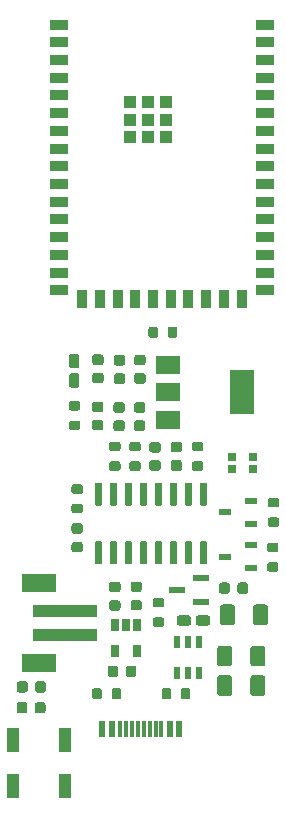
<source format=gbr>
%TF.GenerationSoftware,KiCad,Pcbnew,5.1.5+dfsg1-2build2*%
%TF.CreationDate,2021-10-10T13:01:52+05:30*%
%TF.ProjectId,USBee32-S2,55534265-6533-4322-9d53-322e6b696361,rev?*%
%TF.SameCoordinates,Original*%
%TF.FileFunction,Paste,Top*%
%TF.FilePolarity,Positive*%
%FSLAX46Y46*%
G04 Gerber Fmt 4.6, Leading zero omitted, Abs format (unit mm)*
G04 Created by KiCad (PCBNEW 5.1.5+dfsg1-2build2) date 2021-10-10 13:01:52*
%MOMM*%
%LPD*%
G04 APERTURE LIST*
%ADD10C,0.100000*%
%ADD11R,1.320800X0.558800*%
%ADD12R,0.700000X0.700000*%
%ADD13R,0.600000X1.125000*%
%ADD14R,1.000000X2.000000*%
%ADD15R,0.600000X1.450000*%
%ADD16R,0.300000X1.450000*%
%ADD17R,3.000000X1.600000*%
%ADD18R,5.500000X1.000000*%
%ADD19R,1.050000X0.600000*%
%ADD20R,0.650000X1.060000*%
%ADD21R,2.000000X1.500000*%
%ADD22R,2.000000X3.800000*%
%ADD23R,1.100000X1.100000*%
%ADD24R,1.500000X0.900000*%
%ADD25R,0.900000X1.500000*%
G04 APERTURE END LIST*
D10*
G36*
X188438704Y-106644404D02*
G01*
X188462973Y-106648004D01*
X188486771Y-106653965D01*
X188509871Y-106662230D01*
X188532049Y-106672720D01*
X188553093Y-106685333D01*
X188572798Y-106699947D01*
X188590977Y-106716423D01*
X188607453Y-106734602D01*
X188622067Y-106754307D01*
X188634680Y-106775351D01*
X188645170Y-106797529D01*
X188653435Y-106820629D01*
X188659396Y-106844427D01*
X188662996Y-106868696D01*
X188664200Y-106893200D01*
X188664200Y-108143200D01*
X188662996Y-108167704D01*
X188659396Y-108191973D01*
X188653435Y-108215771D01*
X188645170Y-108238871D01*
X188634680Y-108261049D01*
X188622067Y-108282093D01*
X188607453Y-108301798D01*
X188590977Y-108319977D01*
X188572798Y-108336453D01*
X188553093Y-108351067D01*
X188532049Y-108363680D01*
X188509871Y-108374170D01*
X188486771Y-108382435D01*
X188462973Y-108388396D01*
X188438704Y-108391996D01*
X188414200Y-108393200D01*
X187664200Y-108393200D01*
X187639696Y-108391996D01*
X187615427Y-108388396D01*
X187591629Y-108382435D01*
X187568529Y-108374170D01*
X187546351Y-108363680D01*
X187525307Y-108351067D01*
X187505602Y-108336453D01*
X187487423Y-108319977D01*
X187470947Y-108301798D01*
X187456333Y-108282093D01*
X187443720Y-108261049D01*
X187433230Y-108238871D01*
X187424965Y-108215771D01*
X187419004Y-108191973D01*
X187415404Y-108167704D01*
X187414200Y-108143200D01*
X187414200Y-106893200D01*
X187415404Y-106868696D01*
X187419004Y-106844427D01*
X187424965Y-106820629D01*
X187433230Y-106797529D01*
X187443720Y-106775351D01*
X187456333Y-106754307D01*
X187470947Y-106734602D01*
X187487423Y-106716423D01*
X187505602Y-106699947D01*
X187525307Y-106685333D01*
X187546351Y-106672720D01*
X187568529Y-106662230D01*
X187591629Y-106653965D01*
X187615427Y-106648004D01*
X187639696Y-106644404D01*
X187664200Y-106643200D01*
X188414200Y-106643200D01*
X188438704Y-106644404D01*
G37*
G36*
X185638704Y-106644404D02*
G01*
X185662973Y-106648004D01*
X185686771Y-106653965D01*
X185709871Y-106662230D01*
X185732049Y-106672720D01*
X185753093Y-106685333D01*
X185772798Y-106699947D01*
X185790977Y-106716423D01*
X185807453Y-106734602D01*
X185822067Y-106754307D01*
X185834680Y-106775351D01*
X185845170Y-106797529D01*
X185853435Y-106820629D01*
X185859396Y-106844427D01*
X185862996Y-106868696D01*
X185864200Y-106893200D01*
X185864200Y-108143200D01*
X185862996Y-108167704D01*
X185859396Y-108191973D01*
X185853435Y-108215771D01*
X185845170Y-108238871D01*
X185834680Y-108261049D01*
X185822067Y-108282093D01*
X185807453Y-108301798D01*
X185790977Y-108319977D01*
X185772798Y-108336453D01*
X185753093Y-108351067D01*
X185732049Y-108363680D01*
X185709871Y-108374170D01*
X185686771Y-108382435D01*
X185662973Y-108388396D01*
X185638704Y-108391996D01*
X185614200Y-108393200D01*
X184864200Y-108393200D01*
X184839696Y-108391996D01*
X184815427Y-108388396D01*
X184791629Y-108382435D01*
X184768529Y-108374170D01*
X184746351Y-108363680D01*
X184725307Y-108351067D01*
X184705602Y-108336453D01*
X184687423Y-108319977D01*
X184670947Y-108301798D01*
X184656333Y-108282093D01*
X184643720Y-108261049D01*
X184633230Y-108238871D01*
X184624965Y-108215771D01*
X184619004Y-108191973D01*
X184615404Y-108167704D01*
X184614200Y-108143200D01*
X184614200Y-106893200D01*
X184615404Y-106868696D01*
X184619004Y-106844427D01*
X184624965Y-106820629D01*
X184633230Y-106797529D01*
X184643720Y-106775351D01*
X184656333Y-106754307D01*
X184670947Y-106734602D01*
X184687423Y-106716423D01*
X184705602Y-106699947D01*
X184725307Y-106685333D01*
X184746351Y-106672720D01*
X184768529Y-106662230D01*
X184791629Y-106653965D01*
X184815427Y-106648004D01*
X184839696Y-106644404D01*
X184864200Y-106643200D01*
X185614200Y-106643200D01*
X185638704Y-106644404D01*
G37*
D11*
X182981600Y-106400600D03*
X182981600Y-104368600D03*
X180949600Y-105384600D03*
D12*
X187427200Y-94115800D03*
X187427200Y-95215800D03*
X185597200Y-95215800D03*
X185597200Y-94115800D03*
D10*
G36*
X175752691Y-111826053D02*
G01*
X175773926Y-111829203D01*
X175794750Y-111834419D01*
X175814962Y-111841651D01*
X175834368Y-111850830D01*
X175852781Y-111861866D01*
X175870024Y-111874654D01*
X175885930Y-111889070D01*
X175900346Y-111904976D01*
X175913134Y-111922219D01*
X175924170Y-111940632D01*
X175933349Y-111960038D01*
X175940581Y-111980250D01*
X175945797Y-112001074D01*
X175948947Y-112022309D01*
X175950000Y-112043750D01*
X175950000Y-112556250D01*
X175948947Y-112577691D01*
X175945797Y-112598926D01*
X175940581Y-112619750D01*
X175933349Y-112639962D01*
X175924170Y-112659368D01*
X175913134Y-112677781D01*
X175900346Y-112695024D01*
X175885930Y-112710930D01*
X175870024Y-112725346D01*
X175852781Y-112738134D01*
X175834368Y-112749170D01*
X175814962Y-112758349D01*
X175794750Y-112765581D01*
X175773926Y-112770797D01*
X175752691Y-112773947D01*
X175731250Y-112775000D01*
X175293750Y-112775000D01*
X175272309Y-112773947D01*
X175251074Y-112770797D01*
X175230250Y-112765581D01*
X175210038Y-112758349D01*
X175190632Y-112749170D01*
X175172219Y-112738134D01*
X175154976Y-112725346D01*
X175139070Y-112710930D01*
X175124654Y-112695024D01*
X175111866Y-112677781D01*
X175100830Y-112659368D01*
X175091651Y-112639962D01*
X175084419Y-112619750D01*
X175079203Y-112598926D01*
X175076053Y-112577691D01*
X175075000Y-112556250D01*
X175075000Y-112043750D01*
X175076053Y-112022309D01*
X175079203Y-112001074D01*
X175084419Y-111980250D01*
X175091651Y-111960038D01*
X175100830Y-111940632D01*
X175111866Y-111922219D01*
X175124654Y-111904976D01*
X175139070Y-111889070D01*
X175154976Y-111874654D01*
X175172219Y-111861866D01*
X175190632Y-111850830D01*
X175210038Y-111841651D01*
X175230250Y-111834419D01*
X175251074Y-111829203D01*
X175272309Y-111826053D01*
X175293750Y-111825000D01*
X175731250Y-111825000D01*
X175752691Y-111826053D01*
G37*
G36*
X177327691Y-111826053D02*
G01*
X177348926Y-111829203D01*
X177369750Y-111834419D01*
X177389962Y-111841651D01*
X177409368Y-111850830D01*
X177427781Y-111861866D01*
X177445024Y-111874654D01*
X177460930Y-111889070D01*
X177475346Y-111904976D01*
X177488134Y-111922219D01*
X177499170Y-111940632D01*
X177508349Y-111960038D01*
X177515581Y-111980250D01*
X177520797Y-112001074D01*
X177523947Y-112022309D01*
X177525000Y-112043750D01*
X177525000Y-112556250D01*
X177523947Y-112577691D01*
X177520797Y-112598926D01*
X177515581Y-112619750D01*
X177508349Y-112639962D01*
X177499170Y-112659368D01*
X177488134Y-112677781D01*
X177475346Y-112695024D01*
X177460930Y-112710930D01*
X177445024Y-112725346D01*
X177427781Y-112738134D01*
X177409368Y-112749170D01*
X177389962Y-112758349D01*
X177369750Y-112765581D01*
X177348926Y-112770797D01*
X177327691Y-112773947D01*
X177306250Y-112775000D01*
X176868750Y-112775000D01*
X176847309Y-112773947D01*
X176826074Y-112770797D01*
X176805250Y-112765581D01*
X176785038Y-112758349D01*
X176765632Y-112749170D01*
X176747219Y-112738134D01*
X176729976Y-112725346D01*
X176714070Y-112710930D01*
X176699654Y-112695024D01*
X176686866Y-112677781D01*
X176675830Y-112659368D01*
X176666651Y-112639962D01*
X176659419Y-112619750D01*
X176654203Y-112598926D01*
X176651053Y-112577691D01*
X176650000Y-112556250D01*
X176650000Y-112043750D01*
X176651053Y-112022309D01*
X176654203Y-112001074D01*
X176659419Y-111980250D01*
X176666651Y-111960038D01*
X176675830Y-111940632D01*
X176686866Y-111922219D01*
X176699654Y-111904976D01*
X176714070Y-111889070D01*
X176729976Y-111874654D01*
X176747219Y-111861866D01*
X176765632Y-111850830D01*
X176785038Y-111841651D01*
X176805250Y-111834419D01*
X176826074Y-111829203D01*
X176847309Y-111826053D01*
X176868750Y-111825000D01*
X177306250Y-111825000D01*
X177327691Y-111826053D01*
G37*
G36*
X182994603Y-94525963D02*
G01*
X183014018Y-94528843D01*
X183033057Y-94533612D01*
X183051537Y-94540224D01*
X183069279Y-94548616D01*
X183086114Y-94558706D01*
X183101879Y-94570398D01*
X183116421Y-94583579D01*
X183129602Y-94598121D01*
X183141294Y-94613886D01*
X183151384Y-94630721D01*
X183159776Y-94648463D01*
X183166388Y-94666943D01*
X183171157Y-94685982D01*
X183174037Y-94705397D01*
X183175000Y-94725000D01*
X183175000Y-95125000D01*
X183174037Y-95144603D01*
X183171157Y-95164018D01*
X183166388Y-95183057D01*
X183159776Y-95201537D01*
X183151384Y-95219279D01*
X183141294Y-95236114D01*
X183129602Y-95251879D01*
X183116421Y-95266421D01*
X183101879Y-95279602D01*
X183086114Y-95291294D01*
X183069279Y-95301384D01*
X183051537Y-95309776D01*
X183033057Y-95316388D01*
X183014018Y-95321157D01*
X182994603Y-95324037D01*
X182975000Y-95325000D01*
X182425000Y-95325000D01*
X182405397Y-95324037D01*
X182385982Y-95321157D01*
X182366943Y-95316388D01*
X182348463Y-95309776D01*
X182330721Y-95301384D01*
X182313886Y-95291294D01*
X182298121Y-95279602D01*
X182283579Y-95266421D01*
X182270398Y-95251879D01*
X182258706Y-95236114D01*
X182248616Y-95219279D01*
X182240224Y-95201537D01*
X182233612Y-95183057D01*
X182228843Y-95164018D01*
X182225963Y-95144603D01*
X182225000Y-95125000D01*
X182225000Y-94725000D01*
X182225963Y-94705397D01*
X182228843Y-94685982D01*
X182233612Y-94666943D01*
X182240224Y-94648463D01*
X182248616Y-94630721D01*
X182258706Y-94613886D01*
X182270398Y-94598121D01*
X182283579Y-94583579D01*
X182298121Y-94570398D01*
X182313886Y-94558706D01*
X182330721Y-94548616D01*
X182348463Y-94540224D01*
X182366943Y-94533612D01*
X182385982Y-94528843D01*
X182405397Y-94525963D01*
X182425000Y-94525000D01*
X182975000Y-94525000D01*
X182994603Y-94525963D01*
G37*
G36*
X182994603Y-92875963D02*
G01*
X183014018Y-92878843D01*
X183033057Y-92883612D01*
X183051537Y-92890224D01*
X183069279Y-92898616D01*
X183086114Y-92908706D01*
X183101879Y-92920398D01*
X183116421Y-92933579D01*
X183129602Y-92948121D01*
X183141294Y-92963886D01*
X183151384Y-92980721D01*
X183159776Y-92998463D01*
X183166388Y-93016943D01*
X183171157Y-93035982D01*
X183174037Y-93055397D01*
X183175000Y-93075000D01*
X183175000Y-93475000D01*
X183174037Y-93494603D01*
X183171157Y-93514018D01*
X183166388Y-93533057D01*
X183159776Y-93551537D01*
X183151384Y-93569279D01*
X183141294Y-93586114D01*
X183129602Y-93601879D01*
X183116421Y-93616421D01*
X183101879Y-93629602D01*
X183086114Y-93641294D01*
X183069279Y-93651384D01*
X183051537Y-93659776D01*
X183033057Y-93666388D01*
X183014018Y-93671157D01*
X182994603Y-93674037D01*
X182975000Y-93675000D01*
X182425000Y-93675000D01*
X182405397Y-93674037D01*
X182385982Y-93671157D01*
X182366943Y-93666388D01*
X182348463Y-93659776D01*
X182330721Y-93651384D01*
X182313886Y-93641294D01*
X182298121Y-93629602D01*
X182283579Y-93616421D01*
X182270398Y-93601879D01*
X182258706Y-93586114D01*
X182248616Y-93569279D01*
X182240224Y-93551537D01*
X182233612Y-93533057D01*
X182228843Y-93514018D01*
X182225963Y-93494603D01*
X182225000Y-93475000D01*
X182225000Y-93075000D01*
X182225963Y-93055397D01*
X182228843Y-93035982D01*
X182233612Y-93016943D01*
X182240224Y-92998463D01*
X182248616Y-92980721D01*
X182258706Y-92963886D01*
X182270398Y-92948121D01*
X182283579Y-92933579D01*
X182298121Y-92920398D01*
X182313886Y-92908706D01*
X182330721Y-92898616D01*
X182348463Y-92890224D01*
X182366943Y-92883612D01*
X182385982Y-92878843D01*
X182405397Y-92875963D01*
X182425000Y-92875000D01*
X182975000Y-92875000D01*
X182994603Y-92875963D01*
G37*
G36*
X172777691Y-99776053D02*
G01*
X172798926Y-99779203D01*
X172819750Y-99784419D01*
X172839962Y-99791651D01*
X172859368Y-99800830D01*
X172877781Y-99811866D01*
X172895024Y-99824654D01*
X172910930Y-99839070D01*
X172925346Y-99854976D01*
X172938134Y-99872219D01*
X172949170Y-99890632D01*
X172958349Y-99910038D01*
X172965581Y-99930250D01*
X172970797Y-99951074D01*
X172973947Y-99972309D01*
X172975000Y-99993750D01*
X172975000Y-100431250D01*
X172973947Y-100452691D01*
X172970797Y-100473926D01*
X172965581Y-100494750D01*
X172958349Y-100514962D01*
X172949170Y-100534368D01*
X172938134Y-100552781D01*
X172925346Y-100570024D01*
X172910930Y-100585930D01*
X172895024Y-100600346D01*
X172877781Y-100613134D01*
X172859368Y-100624170D01*
X172839962Y-100633349D01*
X172819750Y-100640581D01*
X172798926Y-100645797D01*
X172777691Y-100648947D01*
X172756250Y-100650000D01*
X172243750Y-100650000D01*
X172222309Y-100648947D01*
X172201074Y-100645797D01*
X172180250Y-100640581D01*
X172160038Y-100633349D01*
X172140632Y-100624170D01*
X172122219Y-100613134D01*
X172104976Y-100600346D01*
X172089070Y-100585930D01*
X172074654Y-100570024D01*
X172061866Y-100552781D01*
X172050830Y-100534368D01*
X172041651Y-100514962D01*
X172034419Y-100494750D01*
X172029203Y-100473926D01*
X172026053Y-100452691D01*
X172025000Y-100431250D01*
X172025000Y-99993750D01*
X172026053Y-99972309D01*
X172029203Y-99951074D01*
X172034419Y-99930250D01*
X172041651Y-99910038D01*
X172050830Y-99890632D01*
X172061866Y-99872219D01*
X172074654Y-99854976D01*
X172089070Y-99839070D01*
X172104976Y-99824654D01*
X172122219Y-99811866D01*
X172140632Y-99800830D01*
X172160038Y-99791651D01*
X172180250Y-99784419D01*
X172201074Y-99779203D01*
X172222309Y-99776053D01*
X172243750Y-99775000D01*
X172756250Y-99775000D01*
X172777691Y-99776053D01*
G37*
G36*
X172777691Y-101351053D02*
G01*
X172798926Y-101354203D01*
X172819750Y-101359419D01*
X172839962Y-101366651D01*
X172859368Y-101375830D01*
X172877781Y-101386866D01*
X172895024Y-101399654D01*
X172910930Y-101414070D01*
X172925346Y-101429976D01*
X172938134Y-101447219D01*
X172949170Y-101465632D01*
X172958349Y-101485038D01*
X172965581Y-101505250D01*
X172970797Y-101526074D01*
X172973947Y-101547309D01*
X172975000Y-101568750D01*
X172975000Y-102006250D01*
X172973947Y-102027691D01*
X172970797Y-102048926D01*
X172965581Y-102069750D01*
X172958349Y-102089962D01*
X172949170Y-102109368D01*
X172938134Y-102127781D01*
X172925346Y-102145024D01*
X172910930Y-102160930D01*
X172895024Y-102175346D01*
X172877781Y-102188134D01*
X172859368Y-102199170D01*
X172839962Y-102208349D01*
X172819750Y-102215581D01*
X172798926Y-102220797D01*
X172777691Y-102223947D01*
X172756250Y-102225000D01*
X172243750Y-102225000D01*
X172222309Y-102223947D01*
X172201074Y-102220797D01*
X172180250Y-102215581D01*
X172160038Y-102208349D01*
X172140632Y-102199170D01*
X172122219Y-102188134D01*
X172104976Y-102175346D01*
X172089070Y-102160930D01*
X172074654Y-102145024D01*
X172061866Y-102127781D01*
X172050830Y-102109368D01*
X172041651Y-102089962D01*
X172034419Y-102069750D01*
X172029203Y-102048926D01*
X172026053Y-102027691D01*
X172025000Y-102006250D01*
X172025000Y-101568750D01*
X172026053Y-101547309D01*
X172029203Y-101526074D01*
X172034419Y-101505250D01*
X172041651Y-101485038D01*
X172050830Y-101465632D01*
X172061866Y-101447219D01*
X172074654Y-101429976D01*
X172089070Y-101414070D01*
X172104976Y-101399654D01*
X172122219Y-101386866D01*
X172140632Y-101375830D01*
X172160038Y-101366651D01*
X172180250Y-101359419D01*
X172201074Y-101354203D01*
X172222309Y-101351053D01*
X172243750Y-101350000D01*
X172756250Y-101350000D01*
X172777691Y-101351053D01*
G37*
G36*
X175977691Y-104726053D02*
G01*
X175998926Y-104729203D01*
X176019750Y-104734419D01*
X176039962Y-104741651D01*
X176059368Y-104750830D01*
X176077781Y-104761866D01*
X176095024Y-104774654D01*
X176110930Y-104789070D01*
X176125346Y-104804976D01*
X176138134Y-104822219D01*
X176149170Y-104840632D01*
X176158349Y-104860038D01*
X176165581Y-104880250D01*
X176170797Y-104901074D01*
X176173947Y-104922309D01*
X176175000Y-104943750D01*
X176175000Y-105381250D01*
X176173947Y-105402691D01*
X176170797Y-105423926D01*
X176165581Y-105444750D01*
X176158349Y-105464962D01*
X176149170Y-105484368D01*
X176138134Y-105502781D01*
X176125346Y-105520024D01*
X176110930Y-105535930D01*
X176095024Y-105550346D01*
X176077781Y-105563134D01*
X176059368Y-105574170D01*
X176039962Y-105583349D01*
X176019750Y-105590581D01*
X175998926Y-105595797D01*
X175977691Y-105598947D01*
X175956250Y-105600000D01*
X175443750Y-105600000D01*
X175422309Y-105598947D01*
X175401074Y-105595797D01*
X175380250Y-105590581D01*
X175360038Y-105583349D01*
X175340632Y-105574170D01*
X175322219Y-105563134D01*
X175304976Y-105550346D01*
X175289070Y-105535930D01*
X175274654Y-105520024D01*
X175261866Y-105502781D01*
X175250830Y-105484368D01*
X175241651Y-105464962D01*
X175234419Y-105444750D01*
X175229203Y-105423926D01*
X175226053Y-105402691D01*
X175225000Y-105381250D01*
X175225000Y-104943750D01*
X175226053Y-104922309D01*
X175229203Y-104901074D01*
X175234419Y-104880250D01*
X175241651Y-104860038D01*
X175250830Y-104840632D01*
X175261866Y-104822219D01*
X175274654Y-104804976D01*
X175289070Y-104789070D01*
X175304976Y-104774654D01*
X175322219Y-104761866D01*
X175340632Y-104750830D01*
X175360038Y-104741651D01*
X175380250Y-104734419D01*
X175401074Y-104729203D01*
X175422309Y-104726053D01*
X175443750Y-104725000D01*
X175956250Y-104725000D01*
X175977691Y-104726053D01*
G37*
G36*
X175977691Y-106301053D02*
G01*
X175998926Y-106304203D01*
X176019750Y-106309419D01*
X176039962Y-106316651D01*
X176059368Y-106325830D01*
X176077781Y-106336866D01*
X176095024Y-106349654D01*
X176110930Y-106364070D01*
X176125346Y-106379976D01*
X176138134Y-106397219D01*
X176149170Y-106415632D01*
X176158349Y-106435038D01*
X176165581Y-106455250D01*
X176170797Y-106476074D01*
X176173947Y-106497309D01*
X176175000Y-106518750D01*
X176175000Y-106956250D01*
X176173947Y-106977691D01*
X176170797Y-106998926D01*
X176165581Y-107019750D01*
X176158349Y-107039962D01*
X176149170Y-107059368D01*
X176138134Y-107077781D01*
X176125346Y-107095024D01*
X176110930Y-107110930D01*
X176095024Y-107125346D01*
X176077781Y-107138134D01*
X176059368Y-107149170D01*
X176039962Y-107158349D01*
X176019750Y-107165581D01*
X175998926Y-107170797D01*
X175977691Y-107173947D01*
X175956250Y-107175000D01*
X175443750Y-107175000D01*
X175422309Y-107173947D01*
X175401074Y-107170797D01*
X175380250Y-107165581D01*
X175360038Y-107158349D01*
X175340632Y-107149170D01*
X175322219Y-107138134D01*
X175304976Y-107125346D01*
X175289070Y-107110930D01*
X175274654Y-107095024D01*
X175261866Y-107077781D01*
X175250830Y-107059368D01*
X175241651Y-107039962D01*
X175234419Y-107019750D01*
X175229203Y-106998926D01*
X175226053Y-106977691D01*
X175225000Y-106956250D01*
X175225000Y-106518750D01*
X175226053Y-106497309D01*
X175229203Y-106476074D01*
X175234419Y-106455250D01*
X175241651Y-106435038D01*
X175250830Y-106415632D01*
X175261866Y-106397219D01*
X175274654Y-106379976D01*
X175289070Y-106364070D01*
X175304976Y-106349654D01*
X175322219Y-106336866D01*
X175340632Y-106325830D01*
X175360038Y-106316651D01*
X175380250Y-106309419D01*
X175401074Y-106304203D01*
X175422309Y-106301053D01*
X175443750Y-106300000D01*
X175956250Y-106300000D01*
X175977691Y-106301053D01*
G37*
D13*
X182850000Y-109788000D03*
X181900000Y-109788000D03*
X180950000Y-109788000D03*
X180950000Y-112412000D03*
X181900000Y-112412000D03*
X182850000Y-112412000D03*
D10*
G36*
X183359703Y-101275722D02*
G01*
X183374264Y-101277882D01*
X183388543Y-101281459D01*
X183402403Y-101286418D01*
X183415710Y-101292712D01*
X183428336Y-101300280D01*
X183440159Y-101309048D01*
X183451066Y-101318934D01*
X183460952Y-101329841D01*
X183469720Y-101341664D01*
X183477288Y-101354290D01*
X183483582Y-101367597D01*
X183488541Y-101381457D01*
X183492118Y-101395736D01*
X183494278Y-101410297D01*
X183495000Y-101425000D01*
X183495000Y-103075000D01*
X183494278Y-103089703D01*
X183492118Y-103104264D01*
X183488541Y-103118543D01*
X183483582Y-103132403D01*
X183477288Y-103145710D01*
X183469720Y-103158336D01*
X183460952Y-103170159D01*
X183451066Y-103181066D01*
X183440159Y-103190952D01*
X183428336Y-103199720D01*
X183415710Y-103207288D01*
X183402403Y-103213582D01*
X183388543Y-103218541D01*
X183374264Y-103222118D01*
X183359703Y-103224278D01*
X183345000Y-103225000D01*
X183045000Y-103225000D01*
X183030297Y-103224278D01*
X183015736Y-103222118D01*
X183001457Y-103218541D01*
X182987597Y-103213582D01*
X182974290Y-103207288D01*
X182961664Y-103199720D01*
X182949841Y-103190952D01*
X182938934Y-103181066D01*
X182929048Y-103170159D01*
X182920280Y-103158336D01*
X182912712Y-103145710D01*
X182906418Y-103132403D01*
X182901459Y-103118543D01*
X182897882Y-103104264D01*
X182895722Y-103089703D01*
X182895000Y-103075000D01*
X182895000Y-101425000D01*
X182895722Y-101410297D01*
X182897882Y-101395736D01*
X182901459Y-101381457D01*
X182906418Y-101367597D01*
X182912712Y-101354290D01*
X182920280Y-101341664D01*
X182929048Y-101329841D01*
X182938934Y-101318934D01*
X182949841Y-101309048D01*
X182961664Y-101300280D01*
X182974290Y-101292712D01*
X182987597Y-101286418D01*
X183001457Y-101281459D01*
X183015736Y-101277882D01*
X183030297Y-101275722D01*
X183045000Y-101275000D01*
X183345000Y-101275000D01*
X183359703Y-101275722D01*
G37*
G36*
X182089703Y-101275722D02*
G01*
X182104264Y-101277882D01*
X182118543Y-101281459D01*
X182132403Y-101286418D01*
X182145710Y-101292712D01*
X182158336Y-101300280D01*
X182170159Y-101309048D01*
X182181066Y-101318934D01*
X182190952Y-101329841D01*
X182199720Y-101341664D01*
X182207288Y-101354290D01*
X182213582Y-101367597D01*
X182218541Y-101381457D01*
X182222118Y-101395736D01*
X182224278Y-101410297D01*
X182225000Y-101425000D01*
X182225000Y-103075000D01*
X182224278Y-103089703D01*
X182222118Y-103104264D01*
X182218541Y-103118543D01*
X182213582Y-103132403D01*
X182207288Y-103145710D01*
X182199720Y-103158336D01*
X182190952Y-103170159D01*
X182181066Y-103181066D01*
X182170159Y-103190952D01*
X182158336Y-103199720D01*
X182145710Y-103207288D01*
X182132403Y-103213582D01*
X182118543Y-103218541D01*
X182104264Y-103222118D01*
X182089703Y-103224278D01*
X182075000Y-103225000D01*
X181775000Y-103225000D01*
X181760297Y-103224278D01*
X181745736Y-103222118D01*
X181731457Y-103218541D01*
X181717597Y-103213582D01*
X181704290Y-103207288D01*
X181691664Y-103199720D01*
X181679841Y-103190952D01*
X181668934Y-103181066D01*
X181659048Y-103170159D01*
X181650280Y-103158336D01*
X181642712Y-103145710D01*
X181636418Y-103132403D01*
X181631459Y-103118543D01*
X181627882Y-103104264D01*
X181625722Y-103089703D01*
X181625000Y-103075000D01*
X181625000Y-101425000D01*
X181625722Y-101410297D01*
X181627882Y-101395736D01*
X181631459Y-101381457D01*
X181636418Y-101367597D01*
X181642712Y-101354290D01*
X181650280Y-101341664D01*
X181659048Y-101329841D01*
X181668934Y-101318934D01*
X181679841Y-101309048D01*
X181691664Y-101300280D01*
X181704290Y-101292712D01*
X181717597Y-101286418D01*
X181731457Y-101281459D01*
X181745736Y-101277882D01*
X181760297Y-101275722D01*
X181775000Y-101275000D01*
X182075000Y-101275000D01*
X182089703Y-101275722D01*
G37*
G36*
X180819703Y-101275722D02*
G01*
X180834264Y-101277882D01*
X180848543Y-101281459D01*
X180862403Y-101286418D01*
X180875710Y-101292712D01*
X180888336Y-101300280D01*
X180900159Y-101309048D01*
X180911066Y-101318934D01*
X180920952Y-101329841D01*
X180929720Y-101341664D01*
X180937288Y-101354290D01*
X180943582Y-101367597D01*
X180948541Y-101381457D01*
X180952118Y-101395736D01*
X180954278Y-101410297D01*
X180955000Y-101425000D01*
X180955000Y-103075000D01*
X180954278Y-103089703D01*
X180952118Y-103104264D01*
X180948541Y-103118543D01*
X180943582Y-103132403D01*
X180937288Y-103145710D01*
X180929720Y-103158336D01*
X180920952Y-103170159D01*
X180911066Y-103181066D01*
X180900159Y-103190952D01*
X180888336Y-103199720D01*
X180875710Y-103207288D01*
X180862403Y-103213582D01*
X180848543Y-103218541D01*
X180834264Y-103222118D01*
X180819703Y-103224278D01*
X180805000Y-103225000D01*
X180505000Y-103225000D01*
X180490297Y-103224278D01*
X180475736Y-103222118D01*
X180461457Y-103218541D01*
X180447597Y-103213582D01*
X180434290Y-103207288D01*
X180421664Y-103199720D01*
X180409841Y-103190952D01*
X180398934Y-103181066D01*
X180389048Y-103170159D01*
X180380280Y-103158336D01*
X180372712Y-103145710D01*
X180366418Y-103132403D01*
X180361459Y-103118543D01*
X180357882Y-103104264D01*
X180355722Y-103089703D01*
X180355000Y-103075000D01*
X180355000Y-101425000D01*
X180355722Y-101410297D01*
X180357882Y-101395736D01*
X180361459Y-101381457D01*
X180366418Y-101367597D01*
X180372712Y-101354290D01*
X180380280Y-101341664D01*
X180389048Y-101329841D01*
X180398934Y-101318934D01*
X180409841Y-101309048D01*
X180421664Y-101300280D01*
X180434290Y-101292712D01*
X180447597Y-101286418D01*
X180461457Y-101281459D01*
X180475736Y-101277882D01*
X180490297Y-101275722D01*
X180505000Y-101275000D01*
X180805000Y-101275000D01*
X180819703Y-101275722D01*
G37*
G36*
X179549703Y-101275722D02*
G01*
X179564264Y-101277882D01*
X179578543Y-101281459D01*
X179592403Y-101286418D01*
X179605710Y-101292712D01*
X179618336Y-101300280D01*
X179630159Y-101309048D01*
X179641066Y-101318934D01*
X179650952Y-101329841D01*
X179659720Y-101341664D01*
X179667288Y-101354290D01*
X179673582Y-101367597D01*
X179678541Y-101381457D01*
X179682118Y-101395736D01*
X179684278Y-101410297D01*
X179685000Y-101425000D01*
X179685000Y-103075000D01*
X179684278Y-103089703D01*
X179682118Y-103104264D01*
X179678541Y-103118543D01*
X179673582Y-103132403D01*
X179667288Y-103145710D01*
X179659720Y-103158336D01*
X179650952Y-103170159D01*
X179641066Y-103181066D01*
X179630159Y-103190952D01*
X179618336Y-103199720D01*
X179605710Y-103207288D01*
X179592403Y-103213582D01*
X179578543Y-103218541D01*
X179564264Y-103222118D01*
X179549703Y-103224278D01*
X179535000Y-103225000D01*
X179235000Y-103225000D01*
X179220297Y-103224278D01*
X179205736Y-103222118D01*
X179191457Y-103218541D01*
X179177597Y-103213582D01*
X179164290Y-103207288D01*
X179151664Y-103199720D01*
X179139841Y-103190952D01*
X179128934Y-103181066D01*
X179119048Y-103170159D01*
X179110280Y-103158336D01*
X179102712Y-103145710D01*
X179096418Y-103132403D01*
X179091459Y-103118543D01*
X179087882Y-103104264D01*
X179085722Y-103089703D01*
X179085000Y-103075000D01*
X179085000Y-101425000D01*
X179085722Y-101410297D01*
X179087882Y-101395736D01*
X179091459Y-101381457D01*
X179096418Y-101367597D01*
X179102712Y-101354290D01*
X179110280Y-101341664D01*
X179119048Y-101329841D01*
X179128934Y-101318934D01*
X179139841Y-101309048D01*
X179151664Y-101300280D01*
X179164290Y-101292712D01*
X179177597Y-101286418D01*
X179191457Y-101281459D01*
X179205736Y-101277882D01*
X179220297Y-101275722D01*
X179235000Y-101275000D01*
X179535000Y-101275000D01*
X179549703Y-101275722D01*
G37*
G36*
X178279703Y-101275722D02*
G01*
X178294264Y-101277882D01*
X178308543Y-101281459D01*
X178322403Y-101286418D01*
X178335710Y-101292712D01*
X178348336Y-101300280D01*
X178360159Y-101309048D01*
X178371066Y-101318934D01*
X178380952Y-101329841D01*
X178389720Y-101341664D01*
X178397288Y-101354290D01*
X178403582Y-101367597D01*
X178408541Y-101381457D01*
X178412118Y-101395736D01*
X178414278Y-101410297D01*
X178415000Y-101425000D01*
X178415000Y-103075000D01*
X178414278Y-103089703D01*
X178412118Y-103104264D01*
X178408541Y-103118543D01*
X178403582Y-103132403D01*
X178397288Y-103145710D01*
X178389720Y-103158336D01*
X178380952Y-103170159D01*
X178371066Y-103181066D01*
X178360159Y-103190952D01*
X178348336Y-103199720D01*
X178335710Y-103207288D01*
X178322403Y-103213582D01*
X178308543Y-103218541D01*
X178294264Y-103222118D01*
X178279703Y-103224278D01*
X178265000Y-103225000D01*
X177965000Y-103225000D01*
X177950297Y-103224278D01*
X177935736Y-103222118D01*
X177921457Y-103218541D01*
X177907597Y-103213582D01*
X177894290Y-103207288D01*
X177881664Y-103199720D01*
X177869841Y-103190952D01*
X177858934Y-103181066D01*
X177849048Y-103170159D01*
X177840280Y-103158336D01*
X177832712Y-103145710D01*
X177826418Y-103132403D01*
X177821459Y-103118543D01*
X177817882Y-103104264D01*
X177815722Y-103089703D01*
X177815000Y-103075000D01*
X177815000Y-101425000D01*
X177815722Y-101410297D01*
X177817882Y-101395736D01*
X177821459Y-101381457D01*
X177826418Y-101367597D01*
X177832712Y-101354290D01*
X177840280Y-101341664D01*
X177849048Y-101329841D01*
X177858934Y-101318934D01*
X177869841Y-101309048D01*
X177881664Y-101300280D01*
X177894290Y-101292712D01*
X177907597Y-101286418D01*
X177921457Y-101281459D01*
X177935736Y-101277882D01*
X177950297Y-101275722D01*
X177965000Y-101275000D01*
X178265000Y-101275000D01*
X178279703Y-101275722D01*
G37*
G36*
X177009703Y-101275722D02*
G01*
X177024264Y-101277882D01*
X177038543Y-101281459D01*
X177052403Y-101286418D01*
X177065710Y-101292712D01*
X177078336Y-101300280D01*
X177090159Y-101309048D01*
X177101066Y-101318934D01*
X177110952Y-101329841D01*
X177119720Y-101341664D01*
X177127288Y-101354290D01*
X177133582Y-101367597D01*
X177138541Y-101381457D01*
X177142118Y-101395736D01*
X177144278Y-101410297D01*
X177145000Y-101425000D01*
X177145000Y-103075000D01*
X177144278Y-103089703D01*
X177142118Y-103104264D01*
X177138541Y-103118543D01*
X177133582Y-103132403D01*
X177127288Y-103145710D01*
X177119720Y-103158336D01*
X177110952Y-103170159D01*
X177101066Y-103181066D01*
X177090159Y-103190952D01*
X177078336Y-103199720D01*
X177065710Y-103207288D01*
X177052403Y-103213582D01*
X177038543Y-103218541D01*
X177024264Y-103222118D01*
X177009703Y-103224278D01*
X176995000Y-103225000D01*
X176695000Y-103225000D01*
X176680297Y-103224278D01*
X176665736Y-103222118D01*
X176651457Y-103218541D01*
X176637597Y-103213582D01*
X176624290Y-103207288D01*
X176611664Y-103199720D01*
X176599841Y-103190952D01*
X176588934Y-103181066D01*
X176579048Y-103170159D01*
X176570280Y-103158336D01*
X176562712Y-103145710D01*
X176556418Y-103132403D01*
X176551459Y-103118543D01*
X176547882Y-103104264D01*
X176545722Y-103089703D01*
X176545000Y-103075000D01*
X176545000Y-101425000D01*
X176545722Y-101410297D01*
X176547882Y-101395736D01*
X176551459Y-101381457D01*
X176556418Y-101367597D01*
X176562712Y-101354290D01*
X176570280Y-101341664D01*
X176579048Y-101329841D01*
X176588934Y-101318934D01*
X176599841Y-101309048D01*
X176611664Y-101300280D01*
X176624290Y-101292712D01*
X176637597Y-101286418D01*
X176651457Y-101281459D01*
X176665736Y-101277882D01*
X176680297Y-101275722D01*
X176695000Y-101275000D01*
X176995000Y-101275000D01*
X177009703Y-101275722D01*
G37*
G36*
X175739703Y-101275722D02*
G01*
X175754264Y-101277882D01*
X175768543Y-101281459D01*
X175782403Y-101286418D01*
X175795710Y-101292712D01*
X175808336Y-101300280D01*
X175820159Y-101309048D01*
X175831066Y-101318934D01*
X175840952Y-101329841D01*
X175849720Y-101341664D01*
X175857288Y-101354290D01*
X175863582Y-101367597D01*
X175868541Y-101381457D01*
X175872118Y-101395736D01*
X175874278Y-101410297D01*
X175875000Y-101425000D01*
X175875000Y-103075000D01*
X175874278Y-103089703D01*
X175872118Y-103104264D01*
X175868541Y-103118543D01*
X175863582Y-103132403D01*
X175857288Y-103145710D01*
X175849720Y-103158336D01*
X175840952Y-103170159D01*
X175831066Y-103181066D01*
X175820159Y-103190952D01*
X175808336Y-103199720D01*
X175795710Y-103207288D01*
X175782403Y-103213582D01*
X175768543Y-103218541D01*
X175754264Y-103222118D01*
X175739703Y-103224278D01*
X175725000Y-103225000D01*
X175425000Y-103225000D01*
X175410297Y-103224278D01*
X175395736Y-103222118D01*
X175381457Y-103218541D01*
X175367597Y-103213582D01*
X175354290Y-103207288D01*
X175341664Y-103199720D01*
X175329841Y-103190952D01*
X175318934Y-103181066D01*
X175309048Y-103170159D01*
X175300280Y-103158336D01*
X175292712Y-103145710D01*
X175286418Y-103132403D01*
X175281459Y-103118543D01*
X175277882Y-103104264D01*
X175275722Y-103089703D01*
X175275000Y-103075000D01*
X175275000Y-101425000D01*
X175275722Y-101410297D01*
X175277882Y-101395736D01*
X175281459Y-101381457D01*
X175286418Y-101367597D01*
X175292712Y-101354290D01*
X175300280Y-101341664D01*
X175309048Y-101329841D01*
X175318934Y-101318934D01*
X175329841Y-101309048D01*
X175341664Y-101300280D01*
X175354290Y-101292712D01*
X175367597Y-101286418D01*
X175381457Y-101281459D01*
X175395736Y-101277882D01*
X175410297Y-101275722D01*
X175425000Y-101275000D01*
X175725000Y-101275000D01*
X175739703Y-101275722D01*
G37*
G36*
X174469703Y-101275722D02*
G01*
X174484264Y-101277882D01*
X174498543Y-101281459D01*
X174512403Y-101286418D01*
X174525710Y-101292712D01*
X174538336Y-101300280D01*
X174550159Y-101309048D01*
X174561066Y-101318934D01*
X174570952Y-101329841D01*
X174579720Y-101341664D01*
X174587288Y-101354290D01*
X174593582Y-101367597D01*
X174598541Y-101381457D01*
X174602118Y-101395736D01*
X174604278Y-101410297D01*
X174605000Y-101425000D01*
X174605000Y-103075000D01*
X174604278Y-103089703D01*
X174602118Y-103104264D01*
X174598541Y-103118543D01*
X174593582Y-103132403D01*
X174587288Y-103145710D01*
X174579720Y-103158336D01*
X174570952Y-103170159D01*
X174561066Y-103181066D01*
X174550159Y-103190952D01*
X174538336Y-103199720D01*
X174525710Y-103207288D01*
X174512403Y-103213582D01*
X174498543Y-103218541D01*
X174484264Y-103222118D01*
X174469703Y-103224278D01*
X174455000Y-103225000D01*
X174155000Y-103225000D01*
X174140297Y-103224278D01*
X174125736Y-103222118D01*
X174111457Y-103218541D01*
X174097597Y-103213582D01*
X174084290Y-103207288D01*
X174071664Y-103199720D01*
X174059841Y-103190952D01*
X174048934Y-103181066D01*
X174039048Y-103170159D01*
X174030280Y-103158336D01*
X174022712Y-103145710D01*
X174016418Y-103132403D01*
X174011459Y-103118543D01*
X174007882Y-103104264D01*
X174005722Y-103089703D01*
X174005000Y-103075000D01*
X174005000Y-101425000D01*
X174005722Y-101410297D01*
X174007882Y-101395736D01*
X174011459Y-101381457D01*
X174016418Y-101367597D01*
X174022712Y-101354290D01*
X174030280Y-101341664D01*
X174039048Y-101329841D01*
X174048934Y-101318934D01*
X174059841Y-101309048D01*
X174071664Y-101300280D01*
X174084290Y-101292712D01*
X174097597Y-101286418D01*
X174111457Y-101281459D01*
X174125736Y-101277882D01*
X174140297Y-101275722D01*
X174155000Y-101275000D01*
X174455000Y-101275000D01*
X174469703Y-101275722D01*
G37*
G36*
X174469703Y-96325722D02*
G01*
X174484264Y-96327882D01*
X174498543Y-96331459D01*
X174512403Y-96336418D01*
X174525710Y-96342712D01*
X174538336Y-96350280D01*
X174550159Y-96359048D01*
X174561066Y-96368934D01*
X174570952Y-96379841D01*
X174579720Y-96391664D01*
X174587288Y-96404290D01*
X174593582Y-96417597D01*
X174598541Y-96431457D01*
X174602118Y-96445736D01*
X174604278Y-96460297D01*
X174605000Y-96475000D01*
X174605000Y-98125000D01*
X174604278Y-98139703D01*
X174602118Y-98154264D01*
X174598541Y-98168543D01*
X174593582Y-98182403D01*
X174587288Y-98195710D01*
X174579720Y-98208336D01*
X174570952Y-98220159D01*
X174561066Y-98231066D01*
X174550159Y-98240952D01*
X174538336Y-98249720D01*
X174525710Y-98257288D01*
X174512403Y-98263582D01*
X174498543Y-98268541D01*
X174484264Y-98272118D01*
X174469703Y-98274278D01*
X174455000Y-98275000D01*
X174155000Y-98275000D01*
X174140297Y-98274278D01*
X174125736Y-98272118D01*
X174111457Y-98268541D01*
X174097597Y-98263582D01*
X174084290Y-98257288D01*
X174071664Y-98249720D01*
X174059841Y-98240952D01*
X174048934Y-98231066D01*
X174039048Y-98220159D01*
X174030280Y-98208336D01*
X174022712Y-98195710D01*
X174016418Y-98182403D01*
X174011459Y-98168543D01*
X174007882Y-98154264D01*
X174005722Y-98139703D01*
X174005000Y-98125000D01*
X174005000Y-96475000D01*
X174005722Y-96460297D01*
X174007882Y-96445736D01*
X174011459Y-96431457D01*
X174016418Y-96417597D01*
X174022712Y-96404290D01*
X174030280Y-96391664D01*
X174039048Y-96379841D01*
X174048934Y-96368934D01*
X174059841Y-96359048D01*
X174071664Y-96350280D01*
X174084290Y-96342712D01*
X174097597Y-96336418D01*
X174111457Y-96331459D01*
X174125736Y-96327882D01*
X174140297Y-96325722D01*
X174155000Y-96325000D01*
X174455000Y-96325000D01*
X174469703Y-96325722D01*
G37*
G36*
X175739703Y-96325722D02*
G01*
X175754264Y-96327882D01*
X175768543Y-96331459D01*
X175782403Y-96336418D01*
X175795710Y-96342712D01*
X175808336Y-96350280D01*
X175820159Y-96359048D01*
X175831066Y-96368934D01*
X175840952Y-96379841D01*
X175849720Y-96391664D01*
X175857288Y-96404290D01*
X175863582Y-96417597D01*
X175868541Y-96431457D01*
X175872118Y-96445736D01*
X175874278Y-96460297D01*
X175875000Y-96475000D01*
X175875000Y-98125000D01*
X175874278Y-98139703D01*
X175872118Y-98154264D01*
X175868541Y-98168543D01*
X175863582Y-98182403D01*
X175857288Y-98195710D01*
X175849720Y-98208336D01*
X175840952Y-98220159D01*
X175831066Y-98231066D01*
X175820159Y-98240952D01*
X175808336Y-98249720D01*
X175795710Y-98257288D01*
X175782403Y-98263582D01*
X175768543Y-98268541D01*
X175754264Y-98272118D01*
X175739703Y-98274278D01*
X175725000Y-98275000D01*
X175425000Y-98275000D01*
X175410297Y-98274278D01*
X175395736Y-98272118D01*
X175381457Y-98268541D01*
X175367597Y-98263582D01*
X175354290Y-98257288D01*
X175341664Y-98249720D01*
X175329841Y-98240952D01*
X175318934Y-98231066D01*
X175309048Y-98220159D01*
X175300280Y-98208336D01*
X175292712Y-98195710D01*
X175286418Y-98182403D01*
X175281459Y-98168543D01*
X175277882Y-98154264D01*
X175275722Y-98139703D01*
X175275000Y-98125000D01*
X175275000Y-96475000D01*
X175275722Y-96460297D01*
X175277882Y-96445736D01*
X175281459Y-96431457D01*
X175286418Y-96417597D01*
X175292712Y-96404290D01*
X175300280Y-96391664D01*
X175309048Y-96379841D01*
X175318934Y-96368934D01*
X175329841Y-96359048D01*
X175341664Y-96350280D01*
X175354290Y-96342712D01*
X175367597Y-96336418D01*
X175381457Y-96331459D01*
X175395736Y-96327882D01*
X175410297Y-96325722D01*
X175425000Y-96325000D01*
X175725000Y-96325000D01*
X175739703Y-96325722D01*
G37*
G36*
X177009703Y-96325722D02*
G01*
X177024264Y-96327882D01*
X177038543Y-96331459D01*
X177052403Y-96336418D01*
X177065710Y-96342712D01*
X177078336Y-96350280D01*
X177090159Y-96359048D01*
X177101066Y-96368934D01*
X177110952Y-96379841D01*
X177119720Y-96391664D01*
X177127288Y-96404290D01*
X177133582Y-96417597D01*
X177138541Y-96431457D01*
X177142118Y-96445736D01*
X177144278Y-96460297D01*
X177145000Y-96475000D01*
X177145000Y-98125000D01*
X177144278Y-98139703D01*
X177142118Y-98154264D01*
X177138541Y-98168543D01*
X177133582Y-98182403D01*
X177127288Y-98195710D01*
X177119720Y-98208336D01*
X177110952Y-98220159D01*
X177101066Y-98231066D01*
X177090159Y-98240952D01*
X177078336Y-98249720D01*
X177065710Y-98257288D01*
X177052403Y-98263582D01*
X177038543Y-98268541D01*
X177024264Y-98272118D01*
X177009703Y-98274278D01*
X176995000Y-98275000D01*
X176695000Y-98275000D01*
X176680297Y-98274278D01*
X176665736Y-98272118D01*
X176651457Y-98268541D01*
X176637597Y-98263582D01*
X176624290Y-98257288D01*
X176611664Y-98249720D01*
X176599841Y-98240952D01*
X176588934Y-98231066D01*
X176579048Y-98220159D01*
X176570280Y-98208336D01*
X176562712Y-98195710D01*
X176556418Y-98182403D01*
X176551459Y-98168543D01*
X176547882Y-98154264D01*
X176545722Y-98139703D01*
X176545000Y-98125000D01*
X176545000Y-96475000D01*
X176545722Y-96460297D01*
X176547882Y-96445736D01*
X176551459Y-96431457D01*
X176556418Y-96417597D01*
X176562712Y-96404290D01*
X176570280Y-96391664D01*
X176579048Y-96379841D01*
X176588934Y-96368934D01*
X176599841Y-96359048D01*
X176611664Y-96350280D01*
X176624290Y-96342712D01*
X176637597Y-96336418D01*
X176651457Y-96331459D01*
X176665736Y-96327882D01*
X176680297Y-96325722D01*
X176695000Y-96325000D01*
X176995000Y-96325000D01*
X177009703Y-96325722D01*
G37*
G36*
X178279703Y-96325722D02*
G01*
X178294264Y-96327882D01*
X178308543Y-96331459D01*
X178322403Y-96336418D01*
X178335710Y-96342712D01*
X178348336Y-96350280D01*
X178360159Y-96359048D01*
X178371066Y-96368934D01*
X178380952Y-96379841D01*
X178389720Y-96391664D01*
X178397288Y-96404290D01*
X178403582Y-96417597D01*
X178408541Y-96431457D01*
X178412118Y-96445736D01*
X178414278Y-96460297D01*
X178415000Y-96475000D01*
X178415000Y-98125000D01*
X178414278Y-98139703D01*
X178412118Y-98154264D01*
X178408541Y-98168543D01*
X178403582Y-98182403D01*
X178397288Y-98195710D01*
X178389720Y-98208336D01*
X178380952Y-98220159D01*
X178371066Y-98231066D01*
X178360159Y-98240952D01*
X178348336Y-98249720D01*
X178335710Y-98257288D01*
X178322403Y-98263582D01*
X178308543Y-98268541D01*
X178294264Y-98272118D01*
X178279703Y-98274278D01*
X178265000Y-98275000D01*
X177965000Y-98275000D01*
X177950297Y-98274278D01*
X177935736Y-98272118D01*
X177921457Y-98268541D01*
X177907597Y-98263582D01*
X177894290Y-98257288D01*
X177881664Y-98249720D01*
X177869841Y-98240952D01*
X177858934Y-98231066D01*
X177849048Y-98220159D01*
X177840280Y-98208336D01*
X177832712Y-98195710D01*
X177826418Y-98182403D01*
X177821459Y-98168543D01*
X177817882Y-98154264D01*
X177815722Y-98139703D01*
X177815000Y-98125000D01*
X177815000Y-96475000D01*
X177815722Y-96460297D01*
X177817882Y-96445736D01*
X177821459Y-96431457D01*
X177826418Y-96417597D01*
X177832712Y-96404290D01*
X177840280Y-96391664D01*
X177849048Y-96379841D01*
X177858934Y-96368934D01*
X177869841Y-96359048D01*
X177881664Y-96350280D01*
X177894290Y-96342712D01*
X177907597Y-96336418D01*
X177921457Y-96331459D01*
X177935736Y-96327882D01*
X177950297Y-96325722D01*
X177965000Y-96325000D01*
X178265000Y-96325000D01*
X178279703Y-96325722D01*
G37*
G36*
X179549703Y-96325722D02*
G01*
X179564264Y-96327882D01*
X179578543Y-96331459D01*
X179592403Y-96336418D01*
X179605710Y-96342712D01*
X179618336Y-96350280D01*
X179630159Y-96359048D01*
X179641066Y-96368934D01*
X179650952Y-96379841D01*
X179659720Y-96391664D01*
X179667288Y-96404290D01*
X179673582Y-96417597D01*
X179678541Y-96431457D01*
X179682118Y-96445736D01*
X179684278Y-96460297D01*
X179685000Y-96475000D01*
X179685000Y-98125000D01*
X179684278Y-98139703D01*
X179682118Y-98154264D01*
X179678541Y-98168543D01*
X179673582Y-98182403D01*
X179667288Y-98195710D01*
X179659720Y-98208336D01*
X179650952Y-98220159D01*
X179641066Y-98231066D01*
X179630159Y-98240952D01*
X179618336Y-98249720D01*
X179605710Y-98257288D01*
X179592403Y-98263582D01*
X179578543Y-98268541D01*
X179564264Y-98272118D01*
X179549703Y-98274278D01*
X179535000Y-98275000D01*
X179235000Y-98275000D01*
X179220297Y-98274278D01*
X179205736Y-98272118D01*
X179191457Y-98268541D01*
X179177597Y-98263582D01*
X179164290Y-98257288D01*
X179151664Y-98249720D01*
X179139841Y-98240952D01*
X179128934Y-98231066D01*
X179119048Y-98220159D01*
X179110280Y-98208336D01*
X179102712Y-98195710D01*
X179096418Y-98182403D01*
X179091459Y-98168543D01*
X179087882Y-98154264D01*
X179085722Y-98139703D01*
X179085000Y-98125000D01*
X179085000Y-96475000D01*
X179085722Y-96460297D01*
X179087882Y-96445736D01*
X179091459Y-96431457D01*
X179096418Y-96417597D01*
X179102712Y-96404290D01*
X179110280Y-96391664D01*
X179119048Y-96379841D01*
X179128934Y-96368934D01*
X179139841Y-96359048D01*
X179151664Y-96350280D01*
X179164290Y-96342712D01*
X179177597Y-96336418D01*
X179191457Y-96331459D01*
X179205736Y-96327882D01*
X179220297Y-96325722D01*
X179235000Y-96325000D01*
X179535000Y-96325000D01*
X179549703Y-96325722D01*
G37*
G36*
X180819703Y-96325722D02*
G01*
X180834264Y-96327882D01*
X180848543Y-96331459D01*
X180862403Y-96336418D01*
X180875710Y-96342712D01*
X180888336Y-96350280D01*
X180900159Y-96359048D01*
X180911066Y-96368934D01*
X180920952Y-96379841D01*
X180929720Y-96391664D01*
X180937288Y-96404290D01*
X180943582Y-96417597D01*
X180948541Y-96431457D01*
X180952118Y-96445736D01*
X180954278Y-96460297D01*
X180955000Y-96475000D01*
X180955000Y-98125000D01*
X180954278Y-98139703D01*
X180952118Y-98154264D01*
X180948541Y-98168543D01*
X180943582Y-98182403D01*
X180937288Y-98195710D01*
X180929720Y-98208336D01*
X180920952Y-98220159D01*
X180911066Y-98231066D01*
X180900159Y-98240952D01*
X180888336Y-98249720D01*
X180875710Y-98257288D01*
X180862403Y-98263582D01*
X180848543Y-98268541D01*
X180834264Y-98272118D01*
X180819703Y-98274278D01*
X180805000Y-98275000D01*
X180505000Y-98275000D01*
X180490297Y-98274278D01*
X180475736Y-98272118D01*
X180461457Y-98268541D01*
X180447597Y-98263582D01*
X180434290Y-98257288D01*
X180421664Y-98249720D01*
X180409841Y-98240952D01*
X180398934Y-98231066D01*
X180389048Y-98220159D01*
X180380280Y-98208336D01*
X180372712Y-98195710D01*
X180366418Y-98182403D01*
X180361459Y-98168543D01*
X180357882Y-98154264D01*
X180355722Y-98139703D01*
X180355000Y-98125000D01*
X180355000Y-96475000D01*
X180355722Y-96460297D01*
X180357882Y-96445736D01*
X180361459Y-96431457D01*
X180366418Y-96417597D01*
X180372712Y-96404290D01*
X180380280Y-96391664D01*
X180389048Y-96379841D01*
X180398934Y-96368934D01*
X180409841Y-96359048D01*
X180421664Y-96350280D01*
X180434290Y-96342712D01*
X180447597Y-96336418D01*
X180461457Y-96331459D01*
X180475736Y-96327882D01*
X180490297Y-96325722D01*
X180505000Y-96325000D01*
X180805000Y-96325000D01*
X180819703Y-96325722D01*
G37*
G36*
X182089703Y-96325722D02*
G01*
X182104264Y-96327882D01*
X182118543Y-96331459D01*
X182132403Y-96336418D01*
X182145710Y-96342712D01*
X182158336Y-96350280D01*
X182170159Y-96359048D01*
X182181066Y-96368934D01*
X182190952Y-96379841D01*
X182199720Y-96391664D01*
X182207288Y-96404290D01*
X182213582Y-96417597D01*
X182218541Y-96431457D01*
X182222118Y-96445736D01*
X182224278Y-96460297D01*
X182225000Y-96475000D01*
X182225000Y-98125000D01*
X182224278Y-98139703D01*
X182222118Y-98154264D01*
X182218541Y-98168543D01*
X182213582Y-98182403D01*
X182207288Y-98195710D01*
X182199720Y-98208336D01*
X182190952Y-98220159D01*
X182181066Y-98231066D01*
X182170159Y-98240952D01*
X182158336Y-98249720D01*
X182145710Y-98257288D01*
X182132403Y-98263582D01*
X182118543Y-98268541D01*
X182104264Y-98272118D01*
X182089703Y-98274278D01*
X182075000Y-98275000D01*
X181775000Y-98275000D01*
X181760297Y-98274278D01*
X181745736Y-98272118D01*
X181731457Y-98268541D01*
X181717597Y-98263582D01*
X181704290Y-98257288D01*
X181691664Y-98249720D01*
X181679841Y-98240952D01*
X181668934Y-98231066D01*
X181659048Y-98220159D01*
X181650280Y-98208336D01*
X181642712Y-98195710D01*
X181636418Y-98182403D01*
X181631459Y-98168543D01*
X181627882Y-98154264D01*
X181625722Y-98139703D01*
X181625000Y-98125000D01*
X181625000Y-96475000D01*
X181625722Y-96460297D01*
X181627882Y-96445736D01*
X181631459Y-96431457D01*
X181636418Y-96417597D01*
X181642712Y-96404290D01*
X181650280Y-96391664D01*
X181659048Y-96379841D01*
X181668934Y-96368934D01*
X181679841Y-96359048D01*
X181691664Y-96350280D01*
X181704290Y-96342712D01*
X181717597Y-96336418D01*
X181731457Y-96331459D01*
X181745736Y-96327882D01*
X181760297Y-96325722D01*
X181775000Y-96325000D01*
X182075000Y-96325000D01*
X182089703Y-96325722D01*
G37*
G36*
X183359703Y-96325722D02*
G01*
X183374264Y-96327882D01*
X183388543Y-96331459D01*
X183402403Y-96336418D01*
X183415710Y-96342712D01*
X183428336Y-96350280D01*
X183440159Y-96359048D01*
X183451066Y-96368934D01*
X183460952Y-96379841D01*
X183469720Y-96391664D01*
X183477288Y-96404290D01*
X183483582Y-96417597D01*
X183488541Y-96431457D01*
X183492118Y-96445736D01*
X183494278Y-96460297D01*
X183495000Y-96475000D01*
X183495000Y-98125000D01*
X183494278Y-98139703D01*
X183492118Y-98154264D01*
X183488541Y-98168543D01*
X183483582Y-98182403D01*
X183477288Y-98195710D01*
X183469720Y-98208336D01*
X183460952Y-98220159D01*
X183451066Y-98231066D01*
X183440159Y-98240952D01*
X183428336Y-98249720D01*
X183415710Y-98257288D01*
X183402403Y-98263582D01*
X183388543Y-98268541D01*
X183374264Y-98272118D01*
X183359703Y-98274278D01*
X183345000Y-98275000D01*
X183045000Y-98275000D01*
X183030297Y-98274278D01*
X183015736Y-98272118D01*
X183001457Y-98268541D01*
X182987597Y-98263582D01*
X182974290Y-98257288D01*
X182961664Y-98249720D01*
X182949841Y-98240952D01*
X182938934Y-98231066D01*
X182929048Y-98220159D01*
X182920280Y-98208336D01*
X182912712Y-98195710D01*
X182906418Y-98182403D01*
X182901459Y-98168543D01*
X182897882Y-98154264D01*
X182895722Y-98139703D01*
X182895000Y-98125000D01*
X182895000Y-96475000D01*
X182895722Y-96460297D01*
X182897882Y-96445736D01*
X182901459Y-96431457D01*
X182906418Y-96417597D01*
X182912712Y-96404290D01*
X182920280Y-96391664D01*
X182929048Y-96379841D01*
X182938934Y-96368934D01*
X182949841Y-96359048D01*
X182961664Y-96350280D01*
X182974290Y-96342712D01*
X182987597Y-96336418D01*
X183001457Y-96331459D01*
X183015736Y-96327882D01*
X183030297Y-96325722D01*
X183045000Y-96325000D01*
X183345000Y-96325000D01*
X183359703Y-96325722D01*
G37*
D14*
X171450000Y-121990000D03*
X167050000Y-121990000D03*
D15*
X181143980Y-117213620D03*
X180343980Y-117213620D03*
D16*
X179643980Y-117213620D03*
X179143980Y-117213620D03*
X178643980Y-117213620D03*
X178143980Y-117213620D03*
X176143980Y-117213620D03*
X176643980Y-117213620D03*
X177143980Y-117213620D03*
X177643980Y-117213620D03*
D15*
X175443980Y-117213620D03*
X174643980Y-117213620D03*
D10*
G36*
X185399504Y-112636204D02*
G01*
X185423773Y-112639804D01*
X185447571Y-112645765D01*
X185470671Y-112654030D01*
X185492849Y-112664520D01*
X185513893Y-112677133D01*
X185533598Y-112691747D01*
X185551777Y-112708223D01*
X185568253Y-112726402D01*
X185582867Y-112746107D01*
X185595480Y-112767151D01*
X185605970Y-112789329D01*
X185614235Y-112812429D01*
X185620196Y-112836227D01*
X185623796Y-112860496D01*
X185625000Y-112885000D01*
X185625000Y-114135000D01*
X185623796Y-114159504D01*
X185620196Y-114183773D01*
X185614235Y-114207571D01*
X185605970Y-114230671D01*
X185595480Y-114252849D01*
X185582867Y-114273893D01*
X185568253Y-114293598D01*
X185551777Y-114311777D01*
X185533598Y-114328253D01*
X185513893Y-114342867D01*
X185492849Y-114355480D01*
X185470671Y-114365970D01*
X185447571Y-114374235D01*
X185423773Y-114380196D01*
X185399504Y-114383796D01*
X185375000Y-114385000D01*
X184625000Y-114385000D01*
X184600496Y-114383796D01*
X184576227Y-114380196D01*
X184552429Y-114374235D01*
X184529329Y-114365970D01*
X184507151Y-114355480D01*
X184486107Y-114342867D01*
X184466402Y-114328253D01*
X184448223Y-114311777D01*
X184431747Y-114293598D01*
X184417133Y-114273893D01*
X184404520Y-114252849D01*
X184394030Y-114230671D01*
X184385765Y-114207571D01*
X184379804Y-114183773D01*
X184376204Y-114159504D01*
X184375000Y-114135000D01*
X184375000Y-112885000D01*
X184376204Y-112860496D01*
X184379804Y-112836227D01*
X184385765Y-112812429D01*
X184394030Y-112789329D01*
X184404520Y-112767151D01*
X184417133Y-112746107D01*
X184431747Y-112726402D01*
X184448223Y-112708223D01*
X184466402Y-112691747D01*
X184486107Y-112677133D01*
X184507151Y-112664520D01*
X184529329Y-112654030D01*
X184552429Y-112645765D01*
X184576227Y-112639804D01*
X184600496Y-112636204D01*
X184625000Y-112635000D01*
X185375000Y-112635000D01*
X185399504Y-112636204D01*
G37*
G36*
X188199504Y-112636204D02*
G01*
X188223773Y-112639804D01*
X188247571Y-112645765D01*
X188270671Y-112654030D01*
X188292849Y-112664520D01*
X188313893Y-112677133D01*
X188333598Y-112691747D01*
X188351777Y-112708223D01*
X188368253Y-112726402D01*
X188382867Y-112746107D01*
X188395480Y-112767151D01*
X188405970Y-112789329D01*
X188414235Y-112812429D01*
X188420196Y-112836227D01*
X188423796Y-112860496D01*
X188425000Y-112885000D01*
X188425000Y-114135000D01*
X188423796Y-114159504D01*
X188420196Y-114183773D01*
X188414235Y-114207571D01*
X188405970Y-114230671D01*
X188395480Y-114252849D01*
X188382867Y-114273893D01*
X188368253Y-114293598D01*
X188351777Y-114311777D01*
X188333598Y-114328253D01*
X188313893Y-114342867D01*
X188292849Y-114355480D01*
X188270671Y-114365970D01*
X188247571Y-114374235D01*
X188223773Y-114380196D01*
X188199504Y-114383796D01*
X188175000Y-114385000D01*
X187425000Y-114385000D01*
X187400496Y-114383796D01*
X187376227Y-114380196D01*
X187352429Y-114374235D01*
X187329329Y-114365970D01*
X187307151Y-114355480D01*
X187286107Y-114342867D01*
X187266402Y-114328253D01*
X187248223Y-114311777D01*
X187231747Y-114293598D01*
X187217133Y-114273893D01*
X187204520Y-114252849D01*
X187194030Y-114230671D01*
X187185765Y-114207571D01*
X187179804Y-114183773D01*
X187176204Y-114159504D01*
X187175000Y-114135000D01*
X187175000Y-112885000D01*
X187176204Y-112860496D01*
X187179804Y-112836227D01*
X187185765Y-112812429D01*
X187194030Y-112789329D01*
X187204520Y-112767151D01*
X187217133Y-112746107D01*
X187231747Y-112726402D01*
X187248223Y-112708223D01*
X187266402Y-112691747D01*
X187286107Y-112677133D01*
X187307151Y-112664520D01*
X187329329Y-112654030D01*
X187352429Y-112645765D01*
X187376227Y-112639804D01*
X187400496Y-112636204D01*
X187425000Y-112635000D01*
X188175000Y-112635000D01*
X188199504Y-112636204D01*
G37*
D17*
X169250000Y-104800000D03*
X169250000Y-111600000D03*
D18*
X171500000Y-107200000D03*
X171500000Y-109200000D03*
D10*
G36*
X177777691Y-104701053D02*
G01*
X177798926Y-104704203D01*
X177819750Y-104709419D01*
X177839962Y-104716651D01*
X177859368Y-104725830D01*
X177877781Y-104736866D01*
X177895024Y-104749654D01*
X177910930Y-104764070D01*
X177925346Y-104779976D01*
X177938134Y-104797219D01*
X177949170Y-104815632D01*
X177958349Y-104835038D01*
X177965581Y-104855250D01*
X177970797Y-104876074D01*
X177973947Y-104897309D01*
X177975000Y-104918750D01*
X177975000Y-105356250D01*
X177973947Y-105377691D01*
X177970797Y-105398926D01*
X177965581Y-105419750D01*
X177958349Y-105439962D01*
X177949170Y-105459368D01*
X177938134Y-105477781D01*
X177925346Y-105495024D01*
X177910930Y-105510930D01*
X177895024Y-105525346D01*
X177877781Y-105538134D01*
X177859368Y-105549170D01*
X177839962Y-105558349D01*
X177819750Y-105565581D01*
X177798926Y-105570797D01*
X177777691Y-105573947D01*
X177756250Y-105575000D01*
X177243750Y-105575000D01*
X177222309Y-105573947D01*
X177201074Y-105570797D01*
X177180250Y-105565581D01*
X177160038Y-105558349D01*
X177140632Y-105549170D01*
X177122219Y-105538134D01*
X177104976Y-105525346D01*
X177089070Y-105510930D01*
X177074654Y-105495024D01*
X177061866Y-105477781D01*
X177050830Y-105459368D01*
X177041651Y-105439962D01*
X177034419Y-105419750D01*
X177029203Y-105398926D01*
X177026053Y-105377691D01*
X177025000Y-105356250D01*
X177025000Y-104918750D01*
X177026053Y-104897309D01*
X177029203Y-104876074D01*
X177034419Y-104855250D01*
X177041651Y-104835038D01*
X177050830Y-104815632D01*
X177061866Y-104797219D01*
X177074654Y-104779976D01*
X177089070Y-104764070D01*
X177104976Y-104749654D01*
X177122219Y-104736866D01*
X177140632Y-104725830D01*
X177160038Y-104716651D01*
X177180250Y-104709419D01*
X177201074Y-104704203D01*
X177222309Y-104701053D01*
X177243750Y-104700000D01*
X177756250Y-104700000D01*
X177777691Y-104701053D01*
G37*
G36*
X177777691Y-106276053D02*
G01*
X177798926Y-106279203D01*
X177819750Y-106284419D01*
X177839962Y-106291651D01*
X177859368Y-106300830D01*
X177877781Y-106311866D01*
X177895024Y-106324654D01*
X177910930Y-106339070D01*
X177925346Y-106354976D01*
X177938134Y-106372219D01*
X177949170Y-106390632D01*
X177958349Y-106410038D01*
X177965581Y-106430250D01*
X177970797Y-106451074D01*
X177973947Y-106472309D01*
X177975000Y-106493750D01*
X177975000Y-106931250D01*
X177973947Y-106952691D01*
X177970797Y-106973926D01*
X177965581Y-106994750D01*
X177958349Y-107014962D01*
X177949170Y-107034368D01*
X177938134Y-107052781D01*
X177925346Y-107070024D01*
X177910930Y-107085930D01*
X177895024Y-107100346D01*
X177877781Y-107113134D01*
X177859368Y-107124170D01*
X177839962Y-107133349D01*
X177819750Y-107140581D01*
X177798926Y-107145797D01*
X177777691Y-107148947D01*
X177756250Y-107150000D01*
X177243750Y-107150000D01*
X177222309Y-107148947D01*
X177201074Y-107145797D01*
X177180250Y-107140581D01*
X177160038Y-107133349D01*
X177140632Y-107124170D01*
X177122219Y-107113134D01*
X177104976Y-107100346D01*
X177089070Y-107085930D01*
X177074654Y-107070024D01*
X177061866Y-107052781D01*
X177050830Y-107034368D01*
X177041651Y-107014962D01*
X177034419Y-106994750D01*
X177029203Y-106973926D01*
X177026053Y-106952691D01*
X177025000Y-106931250D01*
X177025000Y-106493750D01*
X177026053Y-106472309D01*
X177029203Y-106451074D01*
X177034419Y-106430250D01*
X177041651Y-106410038D01*
X177050830Y-106390632D01*
X177061866Y-106372219D01*
X177074654Y-106354976D01*
X177089070Y-106339070D01*
X177104976Y-106324654D01*
X177122219Y-106311866D01*
X177140632Y-106300830D01*
X177160038Y-106291651D01*
X177180250Y-106284419D01*
X177201074Y-106279203D01*
X177222309Y-106276053D01*
X177243750Y-106275000D01*
X177756250Y-106275000D01*
X177777691Y-106276053D01*
G37*
G36*
X174394603Y-113735963D02*
G01*
X174414018Y-113738843D01*
X174433057Y-113743612D01*
X174451537Y-113750224D01*
X174469279Y-113758616D01*
X174486114Y-113768706D01*
X174501879Y-113780398D01*
X174516421Y-113793579D01*
X174529602Y-113808121D01*
X174541294Y-113823886D01*
X174551384Y-113840721D01*
X174559776Y-113858463D01*
X174566388Y-113876943D01*
X174571157Y-113895982D01*
X174574037Y-113915397D01*
X174575000Y-113935000D01*
X174575000Y-114485000D01*
X174574037Y-114504603D01*
X174571157Y-114524018D01*
X174566388Y-114543057D01*
X174559776Y-114561537D01*
X174551384Y-114579279D01*
X174541294Y-114596114D01*
X174529602Y-114611879D01*
X174516421Y-114626421D01*
X174501879Y-114639602D01*
X174486114Y-114651294D01*
X174469279Y-114661384D01*
X174451537Y-114669776D01*
X174433057Y-114676388D01*
X174414018Y-114681157D01*
X174394603Y-114684037D01*
X174375000Y-114685000D01*
X173975000Y-114685000D01*
X173955397Y-114684037D01*
X173935982Y-114681157D01*
X173916943Y-114676388D01*
X173898463Y-114669776D01*
X173880721Y-114661384D01*
X173863886Y-114651294D01*
X173848121Y-114639602D01*
X173833579Y-114626421D01*
X173820398Y-114611879D01*
X173808706Y-114596114D01*
X173798616Y-114579279D01*
X173790224Y-114561537D01*
X173783612Y-114543057D01*
X173778843Y-114524018D01*
X173775963Y-114504603D01*
X173775000Y-114485000D01*
X173775000Y-113935000D01*
X173775963Y-113915397D01*
X173778843Y-113895982D01*
X173783612Y-113876943D01*
X173790224Y-113858463D01*
X173798616Y-113840721D01*
X173808706Y-113823886D01*
X173820398Y-113808121D01*
X173833579Y-113793579D01*
X173848121Y-113780398D01*
X173863886Y-113768706D01*
X173880721Y-113758616D01*
X173898463Y-113750224D01*
X173916943Y-113743612D01*
X173935982Y-113738843D01*
X173955397Y-113735963D01*
X173975000Y-113735000D01*
X174375000Y-113735000D01*
X174394603Y-113735963D01*
G37*
G36*
X176044603Y-113735963D02*
G01*
X176064018Y-113738843D01*
X176083057Y-113743612D01*
X176101537Y-113750224D01*
X176119279Y-113758616D01*
X176136114Y-113768706D01*
X176151879Y-113780398D01*
X176166421Y-113793579D01*
X176179602Y-113808121D01*
X176191294Y-113823886D01*
X176201384Y-113840721D01*
X176209776Y-113858463D01*
X176216388Y-113876943D01*
X176221157Y-113895982D01*
X176224037Y-113915397D01*
X176225000Y-113935000D01*
X176225000Y-114485000D01*
X176224037Y-114504603D01*
X176221157Y-114524018D01*
X176216388Y-114543057D01*
X176209776Y-114561537D01*
X176201384Y-114579279D01*
X176191294Y-114596114D01*
X176179602Y-114611879D01*
X176166421Y-114626421D01*
X176151879Y-114639602D01*
X176136114Y-114651294D01*
X176119279Y-114661384D01*
X176101537Y-114669776D01*
X176083057Y-114676388D01*
X176064018Y-114681157D01*
X176044603Y-114684037D01*
X176025000Y-114685000D01*
X175625000Y-114685000D01*
X175605397Y-114684037D01*
X175585982Y-114681157D01*
X175566943Y-114676388D01*
X175548463Y-114669776D01*
X175530721Y-114661384D01*
X175513886Y-114651294D01*
X175498121Y-114639602D01*
X175483579Y-114626421D01*
X175470398Y-114611879D01*
X175458706Y-114596114D01*
X175448616Y-114579279D01*
X175440224Y-114561537D01*
X175433612Y-114543057D01*
X175428843Y-114524018D01*
X175425963Y-114504603D01*
X175425000Y-114485000D01*
X175425000Y-113935000D01*
X175425963Y-113915397D01*
X175428843Y-113895982D01*
X175433612Y-113876943D01*
X175440224Y-113858463D01*
X175448616Y-113840721D01*
X175458706Y-113823886D01*
X175470398Y-113808121D01*
X175483579Y-113793579D01*
X175498121Y-113780398D01*
X175513886Y-113768706D01*
X175530721Y-113758616D01*
X175548463Y-113750224D01*
X175566943Y-113743612D01*
X175585982Y-113738843D01*
X175605397Y-113735963D01*
X175625000Y-113735000D01*
X176025000Y-113735000D01*
X176044603Y-113735963D01*
G37*
D19*
X185025000Y-98850000D03*
X187225000Y-97900000D03*
X187225000Y-99800000D03*
X185025000Y-102600000D03*
X187225000Y-101650000D03*
X187225000Y-103550000D03*
D20*
X177600000Y-110600000D03*
X175700000Y-110600000D03*
X175700000Y-108400000D03*
X176650000Y-108400000D03*
X177600000Y-108400000D03*
D21*
X180192500Y-86392900D03*
X180192500Y-90992900D03*
X180192500Y-88692900D03*
D22*
X186492500Y-88692900D03*
D23*
X176990000Y-64090000D03*
X178490000Y-64090000D03*
X179990000Y-64090000D03*
X179990000Y-65590000D03*
X179990000Y-67090000D03*
X178490000Y-67090000D03*
X176990000Y-67090000D03*
X176990000Y-65590000D03*
X178490000Y-65590000D03*
D24*
X188430000Y-57540000D03*
X188430000Y-59040000D03*
X188430000Y-60540000D03*
X188430000Y-62040000D03*
X188430000Y-63540000D03*
X188430000Y-65040000D03*
X188430000Y-66540000D03*
X188430000Y-68040000D03*
X188430000Y-69540000D03*
X188430000Y-71040000D03*
X188430000Y-72540000D03*
X188430000Y-74040000D03*
X188430000Y-75540000D03*
X188430000Y-77040000D03*
X188430000Y-78540000D03*
X188430000Y-80040000D03*
D25*
X186430000Y-80790000D03*
X184930000Y-80790000D03*
X183430000Y-80790000D03*
X181930000Y-80790000D03*
X180430000Y-80790000D03*
X178930000Y-80790000D03*
X177430000Y-80790000D03*
X175930000Y-80790000D03*
X174430000Y-80790000D03*
X172930000Y-80790000D03*
D24*
X170930000Y-80040000D03*
X170930000Y-78540000D03*
X170930000Y-77040000D03*
X170930000Y-75540000D03*
X170930000Y-74040000D03*
X170930000Y-72540000D03*
X170930000Y-71040000D03*
X170930000Y-69540000D03*
X170930000Y-68040000D03*
X170930000Y-66540000D03*
X170930000Y-65040000D03*
X170930000Y-63540000D03*
X170930000Y-62040000D03*
X170930000Y-60540000D03*
X170930000Y-59040000D03*
X170930000Y-57540000D03*
D10*
G36*
X175994603Y-92875963D02*
G01*
X176014018Y-92878843D01*
X176033057Y-92883612D01*
X176051537Y-92890224D01*
X176069279Y-92898616D01*
X176086114Y-92908706D01*
X176101879Y-92920398D01*
X176116421Y-92933579D01*
X176129602Y-92948121D01*
X176141294Y-92963886D01*
X176151384Y-92980721D01*
X176159776Y-92998463D01*
X176166388Y-93016943D01*
X176171157Y-93035982D01*
X176174037Y-93055397D01*
X176175000Y-93075000D01*
X176175000Y-93475000D01*
X176174037Y-93494603D01*
X176171157Y-93514018D01*
X176166388Y-93533057D01*
X176159776Y-93551537D01*
X176151384Y-93569279D01*
X176141294Y-93586114D01*
X176129602Y-93601879D01*
X176116421Y-93616421D01*
X176101879Y-93629602D01*
X176086114Y-93641294D01*
X176069279Y-93651384D01*
X176051537Y-93659776D01*
X176033057Y-93666388D01*
X176014018Y-93671157D01*
X175994603Y-93674037D01*
X175975000Y-93675000D01*
X175425000Y-93675000D01*
X175405397Y-93674037D01*
X175385982Y-93671157D01*
X175366943Y-93666388D01*
X175348463Y-93659776D01*
X175330721Y-93651384D01*
X175313886Y-93641294D01*
X175298121Y-93629602D01*
X175283579Y-93616421D01*
X175270398Y-93601879D01*
X175258706Y-93586114D01*
X175248616Y-93569279D01*
X175240224Y-93551537D01*
X175233612Y-93533057D01*
X175228843Y-93514018D01*
X175225963Y-93494603D01*
X175225000Y-93475000D01*
X175225000Y-93075000D01*
X175225963Y-93055397D01*
X175228843Y-93035982D01*
X175233612Y-93016943D01*
X175240224Y-92998463D01*
X175248616Y-92980721D01*
X175258706Y-92963886D01*
X175270398Y-92948121D01*
X175283579Y-92933579D01*
X175298121Y-92920398D01*
X175313886Y-92908706D01*
X175330721Y-92898616D01*
X175348463Y-92890224D01*
X175366943Y-92883612D01*
X175385982Y-92878843D01*
X175405397Y-92875963D01*
X175425000Y-92875000D01*
X175975000Y-92875000D01*
X175994603Y-92875963D01*
G37*
G36*
X175994603Y-94525963D02*
G01*
X176014018Y-94528843D01*
X176033057Y-94533612D01*
X176051537Y-94540224D01*
X176069279Y-94548616D01*
X176086114Y-94558706D01*
X176101879Y-94570398D01*
X176116421Y-94583579D01*
X176129602Y-94598121D01*
X176141294Y-94613886D01*
X176151384Y-94630721D01*
X176159776Y-94648463D01*
X176166388Y-94666943D01*
X176171157Y-94685982D01*
X176174037Y-94705397D01*
X176175000Y-94725000D01*
X176175000Y-95125000D01*
X176174037Y-95144603D01*
X176171157Y-95164018D01*
X176166388Y-95183057D01*
X176159776Y-95201537D01*
X176151384Y-95219279D01*
X176141294Y-95236114D01*
X176129602Y-95251879D01*
X176116421Y-95266421D01*
X176101879Y-95279602D01*
X176086114Y-95291294D01*
X176069279Y-95301384D01*
X176051537Y-95309776D01*
X176033057Y-95316388D01*
X176014018Y-95321157D01*
X175994603Y-95324037D01*
X175975000Y-95325000D01*
X175425000Y-95325000D01*
X175405397Y-95324037D01*
X175385982Y-95321157D01*
X175366943Y-95316388D01*
X175348463Y-95309776D01*
X175330721Y-95301384D01*
X175313886Y-95291294D01*
X175298121Y-95279602D01*
X175283579Y-95266421D01*
X175270398Y-95251879D01*
X175258706Y-95236114D01*
X175248616Y-95219279D01*
X175240224Y-95201537D01*
X175233612Y-95183057D01*
X175228843Y-95164018D01*
X175225963Y-95144603D01*
X175225000Y-95125000D01*
X175225000Y-94725000D01*
X175225963Y-94705397D01*
X175228843Y-94685982D01*
X175233612Y-94666943D01*
X175240224Y-94648463D01*
X175248616Y-94630721D01*
X175258706Y-94613886D01*
X175270398Y-94598121D01*
X175283579Y-94583579D01*
X175298121Y-94570398D01*
X175313886Y-94558706D01*
X175330721Y-94548616D01*
X175348463Y-94540224D01*
X175366943Y-94533612D01*
X175385982Y-94528843D01*
X175405397Y-94525963D01*
X175425000Y-94525000D01*
X175975000Y-94525000D01*
X175994603Y-94525963D01*
G37*
G36*
X183579929Y-107576823D02*
G01*
X183600557Y-107579883D01*
X183620785Y-107584950D01*
X183640420Y-107591976D01*
X183659272Y-107600892D01*
X183677159Y-107611613D01*
X183693909Y-107624035D01*
X183709360Y-107638040D01*
X183723365Y-107653491D01*
X183735787Y-107670241D01*
X183746508Y-107688128D01*
X183755424Y-107706980D01*
X183762450Y-107726615D01*
X183767517Y-107746843D01*
X183770577Y-107767471D01*
X183771600Y-107788300D01*
X183771600Y-108213300D01*
X183770577Y-108234129D01*
X183767517Y-108254757D01*
X183762450Y-108274985D01*
X183755424Y-108294620D01*
X183746508Y-108313472D01*
X183735787Y-108331359D01*
X183723365Y-108348109D01*
X183709360Y-108363560D01*
X183693909Y-108377565D01*
X183677159Y-108389987D01*
X183659272Y-108400708D01*
X183640420Y-108409624D01*
X183620785Y-108416650D01*
X183600557Y-108421717D01*
X183579929Y-108424777D01*
X183559100Y-108425800D01*
X182759100Y-108425800D01*
X182738271Y-108424777D01*
X182717643Y-108421717D01*
X182697415Y-108416650D01*
X182677780Y-108409624D01*
X182658928Y-108400708D01*
X182641041Y-108389987D01*
X182624291Y-108377565D01*
X182608840Y-108363560D01*
X182594835Y-108348109D01*
X182582413Y-108331359D01*
X182571692Y-108313472D01*
X182562776Y-108294620D01*
X182555750Y-108274985D01*
X182550683Y-108254757D01*
X182547623Y-108234129D01*
X182546600Y-108213300D01*
X182546600Y-107788300D01*
X182547623Y-107767471D01*
X182550683Y-107746843D01*
X182555750Y-107726615D01*
X182562776Y-107706980D01*
X182571692Y-107688128D01*
X182582413Y-107670241D01*
X182594835Y-107653491D01*
X182608840Y-107638040D01*
X182624291Y-107624035D01*
X182641041Y-107611613D01*
X182658928Y-107600892D01*
X182677780Y-107591976D01*
X182697415Y-107584950D01*
X182717643Y-107579883D01*
X182738271Y-107576823D01*
X182759100Y-107575800D01*
X183559100Y-107575800D01*
X183579929Y-107576823D01*
G37*
G36*
X181954929Y-107576823D02*
G01*
X181975557Y-107579883D01*
X181995785Y-107584950D01*
X182015420Y-107591976D01*
X182034272Y-107600892D01*
X182052159Y-107611613D01*
X182068909Y-107624035D01*
X182084360Y-107638040D01*
X182098365Y-107653491D01*
X182110787Y-107670241D01*
X182121508Y-107688128D01*
X182130424Y-107706980D01*
X182137450Y-107726615D01*
X182142517Y-107746843D01*
X182145577Y-107767471D01*
X182146600Y-107788300D01*
X182146600Y-108213300D01*
X182145577Y-108234129D01*
X182142517Y-108254757D01*
X182137450Y-108274985D01*
X182130424Y-108294620D01*
X182121508Y-108313472D01*
X182110787Y-108331359D01*
X182098365Y-108348109D01*
X182084360Y-108363560D01*
X182068909Y-108377565D01*
X182052159Y-108389987D01*
X182034272Y-108400708D01*
X182015420Y-108409624D01*
X181995785Y-108416650D01*
X181975557Y-108421717D01*
X181954929Y-108424777D01*
X181934100Y-108425800D01*
X181134100Y-108425800D01*
X181113271Y-108424777D01*
X181092643Y-108421717D01*
X181072415Y-108416650D01*
X181052780Y-108409624D01*
X181033928Y-108400708D01*
X181016041Y-108389987D01*
X180999291Y-108377565D01*
X180983840Y-108363560D01*
X180969835Y-108348109D01*
X180957413Y-108331359D01*
X180946692Y-108313472D01*
X180937776Y-108294620D01*
X180930750Y-108274985D01*
X180925683Y-108254757D01*
X180922623Y-108234129D01*
X180921600Y-108213300D01*
X180921600Y-107788300D01*
X180922623Y-107767471D01*
X180925683Y-107746843D01*
X180930750Y-107726615D01*
X180937776Y-107706980D01*
X180946692Y-107688128D01*
X180957413Y-107670241D01*
X180969835Y-107653491D01*
X180983840Y-107638040D01*
X180999291Y-107624035D01*
X181016041Y-107611613D01*
X181033928Y-107600892D01*
X181052780Y-107591976D01*
X181072415Y-107584950D01*
X181092643Y-107579883D01*
X181113271Y-107576823D01*
X181134100Y-107575800D01*
X181934100Y-107575800D01*
X181954929Y-107576823D01*
G37*
G36*
X179694803Y-107740963D02*
G01*
X179714218Y-107743843D01*
X179733257Y-107748612D01*
X179751737Y-107755224D01*
X179769479Y-107763616D01*
X179786314Y-107773706D01*
X179802079Y-107785398D01*
X179816621Y-107798579D01*
X179829802Y-107813121D01*
X179841494Y-107828886D01*
X179851584Y-107845721D01*
X179859976Y-107863463D01*
X179866588Y-107881943D01*
X179871357Y-107900982D01*
X179874237Y-107920397D01*
X179875200Y-107940000D01*
X179875200Y-108340000D01*
X179874237Y-108359603D01*
X179871357Y-108379018D01*
X179866588Y-108398057D01*
X179859976Y-108416537D01*
X179851584Y-108434279D01*
X179841494Y-108451114D01*
X179829802Y-108466879D01*
X179816621Y-108481421D01*
X179802079Y-108494602D01*
X179786314Y-108506294D01*
X179769479Y-108516384D01*
X179751737Y-108524776D01*
X179733257Y-108531388D01*
X179714218Y-108536157D01*
X179694803Y-108539037D01*
X179675200Y-108540000D01*
X179125200Y-108540000D01*
X179105597Y-108539037D01*
X179086182Y-108536157D01*
X179067143Y-108531388D01*
X179048663Y-108524776D01*
X179030921Y-108516384D01*
X179014086Y-108506294D01*
X178998321Y-108494602D01*
X178983779Y-108481421D01*
X178970598Y-108466879D01*
X178958906Y-108451114D01*
X178948816Y-108434279D01*
X178940424Y-108416537D01*
X178933812Y-108398057D01*
X178929043Y-108379018D01*
X178926163Y-108359603D01*
X178925200Y-108340000D01*
X178925200Y-107940000D01*
X178926163Y-107920397D01*
X178929043Y-107900982D01*
X178933812Y-107881943D01*
X178940424Y-107863463D01*
X178948816Y-107845721D01*
X178958906Y-107828886D01*
X178970598Y-107813121D01*
X178983779Y-107798579D01*
X178998321Y-107785398D01*
X179014086Y-107773706D01*
X179030921Y-107763616D01*
X179048663Y-107755224D01*
X179067143Y-107748612D01*
X179086182Y-107743843D01*
X179105597Y-107740963D01*
X179125200Y-107740000D01*
X179675200Y-107740000D01*
X179694803Y-107740963D01*
G37*
G36*
X179694803Y-106090963D02*
G01*
X179714218Y-106093843D01*
X179733257Y-106098612D01*
X179751737Y-106105224D01*
X179769479Y-106113616D01*
X179786314Y-106123706D01*
X179802079Y-106135398D01*
X179816621Y-106148579D01*
X179829802Y-106163121D01*
X179841494Y-106178886D01*
X179851584Y-106195721D01*
X179859976Y-106213463D01*
X179866588Y-106231943D01*
X179871357Y-106250982D01*
X179874237Y-106270397D01*
X179875200Y-106290000D01*
X179875200Y-106690000D01*
X179874237Y-106709603D01*
X179871357Y-106729018D01*
X179866588Y-106748057D01*
X179859976Y-106766537D01*
X179851584Y-106784279D01*
X179841494Y-106801114D01*
X179829802Y-106816879D01*
X179816621Y-106831421D01*
X179802079Y-106844602D01*
X179786314Y-106856294D01*
X179769479Y-106866384D01*
X179751737Y-106874776D01*
X179733257Y-106881388D01*
X179714218Y-106886157D01*
X179694803Y-106889037D01*
X179675200Y-106890000D01*
X179125200Y-106890000D01*
X179105597Y-106889037D01*
X179086182Y-106886157D01*
X179067143Y-106881388D01*
X179048663Y-106874776D01*
X179030921Y-106866384D01*
X179014086Y-106856294D01*
X178998321Y-106844602D01*
X178983779Y-106831421D01*
X178970598Y-106816879D01*
X178958906Y-106801114D01*
X178948816Y-106784279D01*
X178940424Y-106766537D01*
X178933812Y-106748057D01*
X178929043Y-106729018D01*
X178926163Y-106709603D01*
X178925200Y-106690000D01*
X178925200Y-106290000D01*
X178926163Y-106270397D01*
X178929043Y-106250982D01*
X178933812Y-106231943D01*
X178940424Y-106213463D01*
X178948816Y-106195721D01*
X178958906Y-106178886D01*
X178970598Y-106163121D01*
X178983779Y-106148579D01*
X178998321Y-106135398D01*
X179014086Y-106123706D01*
X179030921Y-106113616D01*
X179048663Y-106105224D01*
X179067143Y-106098612D01*
X179086182Y-106093843D01*
X179105597Y-106090963D01*
X179125200Y-106090000D01*
X179675200Y-106090000D01*
X179694803Y-106090963D01*
G37*
G36*
X176362854Y-87075883D02*
G01*
X176384695Y-87079123D01*
X176406114Y-87084488D01*
X176426904Y-87091927D01*
X176446864Y-87101368D01*
X176465803Y-87112719D01*
X176483538Y-87125873D01*
X176499899Y-87140701D01*
X176514727Y-87157062D01*
X176527881Y-87174797D01*
X176539232Y-87193736D01*
X176548673Y-87213696D01*
X176556112Y-87234486D01*
X176561477Y-87255905D01*
X176564717Y-87277746D01*
X176565800Y-87299800D01*
X176565800Y-87749800D01*
X176564717Y-87771854D01*
X176561477Y-87793695D01*
X176556112Y-87815114D01*
X176548673Y-87835904D01*
X176539232Y-87855864D01*
X176527881Y-87874803D01*
X176514727Y-87892538D01*
X176499899Y-87908899D01*
X176483538Y-87923727D01*
X176465803Y-87936881D01*
X176446864Y-87948232D01*
X176426904Y-87957673D01*
X176406114Y-87965112D01*
X176384695Y-87970477D01*
X176362854Y-87973717D01*
X176340800Y-87974800D01*
X175840800Y-87974800D01*
X175818746Y-87973717D01*
X175796905Y-87970477D01*
X175775486Y-87965112D01*
X175754696Y-87957673D01*
X175734736Y-87948232D01*
X175715797Y-87936881D01*
X175698062Y-87923727D01*
X175681701Y-87908899D01*
X175666873Y-87892538D01*
X175653719Y-87874803D01*
X175642368Y-87855864D01*
X175632927Y-87835904D01*
X175625488Y-87815114D01*
X175620123Y-87793695D01*
X175616883Y-87771854D01*
X175615800Y-87749800D01*
X175615800Y-87299800D01*
X175616883Y-87277746D01*
X175620123Y-87255905D01*
X175625488Y-87234486D01*
X175632927Y-87213696D01*
X175642368Y-87193736D01*
X175653719Y-87174797D01*
X175666873Y-87157062D01*
X175681701Y-87140701D01*
X175698062Y-87125873D01*
X175715797Y-87112719D01*
X175734736Y-87101368D01*
X175754696Y-87091927D01*
X175775486Y-87084488D01*
X175796905Y-87079123D01*
X175818746Y-87075883D01*
X175840800Y-87074800D01*
X176340800Y-87074800D01*
X176362854Y-87075883D01*
G37*
G36*
X176362854Y-85525883D02*
G01*
X176384695Y-85529123D01*
X176406114Y-85534488D01*
X176426904Y-85541927D01*
X176446864Y-85551368D01*
X176465803Y-85562719D01*
X176483538Y-85575873D01*
X176499899Y-85590701D01*
X176514727Y-85607062D01*
X176527881Y-85624797D01*
X176539232Y-85643736D01*
X176548673Y-85663696D01*
X176556112Y-85684486D01*
X176561477Y-85705905D01*
X176564717Y-85727746D01*
X176565800Y-85749800D01*
X176565800Y-86199800D01*
X176564717Y-86221854D01*
X176561477Y-86243695D01*
X176556112Y-86265114D01*
X176548673Y-86285904D01*
X176539232Y-86305864D01*
X176527881Y-86324803D01*
X176514727Y-86342538D01*
X176499899Y-86358899D01*
X176483538Y-86373727D01*
X176465803Y-86386881D01*
X176446864Y-86398232D01*
X176426904Y-86407673D01*
X176406114Y-86415112D01*
X176384695Y-86420477D01*
X176362854Y-86423717D01*
X176340800Y-86424800D01*
X175840800Y-86424800D01*
X175818746Y-86423717D01*
X175796905Y-86420477D01*
X175775486Y-86415112D01*
X175754696Y-86407673D01*
X175734736Y-86398232D01*
X175715797Y-86386881D01*
X175698062Y-86373727D01*
X175681701Y-86358899D01*
X175666873Y-86342538D01*
X175653719Y-86324803D01*
X175642368Y-86305864D01*
X175632927Y-86285904D01*
X175625488Y-86265114D01*
X175620123Y-86243695D01*
X175616883Y-86221854D01*
X175615800Y-86199800D01*
X175615800Y-85749800D01*
X175616883Y-85727746D01*
X175620123Y-85705905D01*
X175625488Y-85684486D01*
X175632927Y-85663696D01*
X175642368Y-85643736D01*
X175653719Y-85624797D01*
X175666873Y-85607062D01*
X175681701Y-85590701D01*
X175698062Y-85575873D01*
X175715797Y-85562719D01*
X175734736Y-85551368D01*
X175754696Y-85541927D01*
X175775486Y-85534488D01*
X175796905Y-85529123D01*
X175818746Y-85525883D01*
X175840800Y-85524800D01*
X176340800Y-85524800D01*
X176362854Y-85525883D01*
G37*
G36*
X176324754Y-91063383D02*
G01*
X176346595Y-91066623D01*
X176368014Y-91071988D01*
X176388804Y-91079427D01*
X176408764Y-91088868D01*
X176427703Y-91100219D01*
X176445438Y-91113373D01*
X176461799Y-91128201D01*
X176476627Y-91144562D01*
X176489781Y-91162297D01*
X176501132Y-91181236D01*
X176510573Y-91201196D01*
X176518012Y-91221986D01*
X176523377Y-91243405D01*
X176526617Y-91265246D01*
X176527700Y-91287300D01*
X176527700Y-91737300D01*
X176526617Y-91759354D01*
X176523377Y-91781195D01*
X176518012Y-91802614D01*
X176510573Y-91823404D01*
X176501132Y-91843364D01*
X176489781Y-91862303D01*
X176476627Y-91880038D01*
X176461799Y-91896399D01*
X176445438Y-91911227D01*
X176427703Y-91924381D01*
X176408764Y-91935732D01*
X176388804Y-91945173D01*
X176368014Y-91952612D01*
X176346595Y-91957977D01*
X176324754Y-91961217D01*
X176302700Y-91962300D01*
X175802700Y-91962300D01*
X175780646Y-91961217D01*
X175758805Y-91957977D01*
X175737386Y-91952612D01*
X175716596Y-91945173D01*
X175696636Y-91935732D01*
X175677697Y-91924381D01*
X175659962Y-91911227D01*
X175643601Y-91896399D01*
X175628773Y-91880038D01*
X175615619Y-91862303D01*
X175604268Y-91843364D01*
X175594827Y-91823404D01*
X175587388Y-91802614D01*
X175582023Y-91781195D01*
X175578783Y-91759354D01*
X175577700Y-91737300D01*
X175577700Y-91287300D01*
X175578783Y-91265246D01*
X175582023Y-91243405D01*
X175587388Y-91221986D01*
X175594827Y-91201196D01*
X175604268Y-91181236D01*
X175615619Y-91162297D01*
X175628773Y-91144562D01*
X175643601Y-91128201D01*
X175659962Y-91113373D01*
X175677697Y-91100219D01*
X175696636Y-91088868D01*
X175716596Y-91079427D01*
X175737386Y-91071988D01*
X175758805Y-91066623D01*
X175780646Y-91063383D01*
X175802700Y-91062300D01*
X176302700Y-91062300D01*
X176324754Y-91063383D01*
G37*
G36*
X176324754Y-89513383D02*
G01*
X176346595Y-89516623D01*
X176368014Y-89521988D01*
X176388804Y-89529427D01*
X176408764Y-89538868D01*
X176427703Y-89550219D01*
X176445438Y-89563373D01*
X176461799Y-89578201D01*
X176476627Y-89594562D01*
X176489781Y-89612297D01*
X176501132Y-89631236D01*
X176510573Y-89651196D01*
X176518012Y-89671986D01*
X176523377Y-89693405D01*
X176526617Y-89715246D01*
X176527700Y-89737300D01*
X176527700Y-90187300D01*
X176526617Y-90209354D01*
X176523377Y-90231195D01*
X176518012Y-90252614D01*
X176510573Y-90273404D01*
X176501132Y-90293364D01*
X176489781Y-90312303D01*
X176476627Y-90330038D01*
X176461799Y-90346399D01*
X176445438Y-90361227D01*
X176427703Y-90374381D01*
X176408764Y-90385732D01*
X176388804Y-90395173D01*
X176368014Y-90402612D01*
X176346595Y-90407977D01*
X176324754Y-90411217D01*
X176302700Y-90412300D01*
X175802700Y-90412300D01*
X175780646Y-90411217D01*
X175758805Y-90407977D01*
X175737386Y-90402612D01*
X175716596Y-90395173D01*
X175696636Y-90385732D01*
X175677697Y-90374381D01*
X175659962Y-90361227D01*
X175643601Y-90346399D01*
X175628773Y-90330038D01*
X175615619Y-90312303D01*
X175604268Y-90293364D01*
X175594827Y-90273404D01*
X175587388Y-90252614D01*
X175582023Y-90231195D01*
X175578783Y-90209354D01*
X175577700Y-90187300D01*
X175577700Y-89737300D01*
X175578783Y-89715246D01*
X175582023Y-89693405D01*
X175587388Y-89671986D01*
X175594827Y-89651196D01*
X175604268Y-89631236D01*
X175615619Y-89612297D01*
X175628773Y-89594562D01*
X175643601Y-89578201D01*
X175659962Y-89563373D01*
X175677697Y-89550219D01*
X175696636Y-89538868D01*
X175716596Y-89529427D01*
X175737386Y-89521988D01*
X175758805Y-89516623D01*
X175780646Y-89513383D01*
X175802700Y-89512300D01*
X176302700Y-89512300D01*
X176324754Y-89513383D01*
G37*
G36*
X188199504Y-110136204D02*
G01*
X188223773Y-110139804D01*
X188247571Y-110145765D01*
X188270671Y-110154030D01*
X188292849Y-110164520D01*
X188313893Y-110177133D01*
X188333598Y-110191747D01*
X188351777Y-110208223D01*
X188368253Y-110226402D01*
X188382867Y-110246107D01*
X188395480Y-110267151D01*
X188405970Y-110289329D01*
X188414235Y-110312429D01*
X188420196Y-110336227D01*
X188423796Y-110360496D01*
X188425000Y-110385000D01*
X188425000Y-111635000D01*
X188423796Y-111659504D01*
X188420196Y-111683773D01*
X188414235Y-111707571D01*
X188405970Y-111730671D01*
X188395480Y-111752849D01*
X188382867Y-111773893D01*
X188368253Y-111793598D01*
X188351777Y-111811777D01*
X188333598Y-111828253D01*
X188313893Y-111842867D01*
X188292849Y-111855480D01*
X188270671Y-111865970D01*
X188247571Y-111874235D01*
X188223773Y-111880196D01*
X188199504Y-111883796D01*
X188175000Y-111885000D01*
X187425000Y-111885000D01*
X187400496Y-111883796D01*
X187376227Y-111880196D01*
X187352429Y-111874235D01*
X187329329Y-111865970D01*
X187307151Y-111855480D01*
X187286107Y-111842867D01*
X187266402Y-111828253D01*
X187248223Y-111811777D01*
X187231747Y-111793598D01*
X187217133Y-111773893D01*
X187204520Y-111752849D01*
X187194030Y-111730671D01*
X187185765Y-111707571D01*
X187179804Y-111683773D01*
X187176204Y-111659504D01*
X187175000Y-111635000D01*
X187175000Y-110385000D01*
X187176204Y-110360496D01*
X187179804Y-110336227D01*
X187185765Y-110312429D01*
X187194030Y-110289329D01*
X187204520Y-110267151D01*
X187217133Y-110246107D01*
X187231747Y-110226402D01*
X187248223Y-110208223D01*
X187266402Y-110191747D01*
X187286107Y-110177133D01*
X187307151Y-110164520D01*
X187329329Y-110154030D01*
X187352429Y-110145765D01*
X187376227Y-110139804D01*
X187400496Y-110136204D01*
X187425000Y-110135000D01*
X188175000Y-110135000D01*
X188199504Y-110136204D01*
G37*
G36*
X185399504Y-110136204D02*
G01*
X185423773Y-110139804D01*
X185447571Y-110145765D01*
X185470671Y-110154030D01*
X185492849Y-110164520D01*
X185513893Y-110177133D01*
X185533598Y-110191747D01*
X185551777Y-110208223D01*
X185568253Y-110226402D01*
X185582867Y-110246107D01*
X185595480Y-110267151D01*
X185605970Y-110289329D01*
X185614235Y-110312429D01*
X185620196Y-110336227D01*
X185623796Y-110360496D01*
X185625000Y-110385000D01*
X185625000Y-111635000D01*
X185623796Y-111659504D01*
X185620196Y-111683773D01*
X185614235Y-111707571D01*
X185605970Y-111730671D01*
X185595480Y-111752849D01*
X185582867Y-111773893D01*
X185568253Y-111793598D01*
X185551777Y-111811777D01*
X185533598Y-111828253D01*
X185513893Y-111842867D01*
X185492849Y-111855480D01*
X185470671Y-111865970D01*
X185447571Y-111874235D01*
X185423773Y-111880196D01*
X185399504Y-111883796D01*
X185375000Y-111885000D01*
X184625000Y-111885000D01*
X184600496Y-111883796D01*
X184576227Y-111880196D01*
X184552429Y-111874235D01*
X184529329Y-111865970D01*
X184507151Y-111855480D01*
X184486107Y-111842867D01*
X184466402Y-111828253D01*
X184448223Y-111811777D01*
X184431747Y-111793598D01*
X184417133Y-111773893D01*
X184404520Y-111752849D01*
X184394030Y-111730671D01*
X184385765Y-111707571D01*
X184379804Y-111683773D01*
X184376204Y-111659504D01*
X184375000Y-111635000D01*
X184375000Y-110385000D01*
X184376204Y-110360496D01*
X184379804Y-110336227D01*
X184385765Y-110312429D01*
X184394030Y-110289329D01*
X184404520Y-110267151D01*
X184417133Y-110246107D01*
X184431747Y-110226402D01*
X184448223Y-110208223D01*
X184466402Y-110191747D01*
X184486107Y-110177133D01*
X184507151Y-110164520D01*
X184529329Y-110154030D01*
X184552429Y-110145765D01*
X184576227Y-110139804D01*
X184600496Y-110136204D01*
X184625000Y-110135000D01*
X185375000Y-110135000D01*
X185399504Y-110136204D01*
G37*
G36*
X186772254Y-104783683D02*
G01*
X186794095Y-104786923D01*
X186815514Y-104792288D01*
X186836304Y-104799727D01*
X186856264Y-104809168D01*
X186875203Y-104820519D01*
X186892938Y-104833673D01*
X186909299Y-104848501D01*
X186924127Y-104864862D01*
X186937281Y-104882597D01*
X186948632Y-104901536D01*
X186958073Y-104921496D01*
X186965512Y-104942286D01*
X186970877Y-104963705D01*
X186974117Y-104985546D01*
X186975200Y-105007600D01*
X186975200Y-105507600D01*
X186974117Y-105529654D01*
X186970877Y-105551495D01*
X186965512Y-105572914D01*
X186958073Y-105593704D01*
X186948632Y-105613664D01*
X186937281Y-105632603D01*
X186924127Y-105650338D01*
X186909299Y-105666699D01*
X186892938Y-105681527D01*
X186875203Y-105694681D01*
X186856264Y-105706032D01*
X186836304Y-105715473D01*
X186815514Y-105722912D01*
X186794095Y-105728277D01*
X186772254Y-105731517D01*
X186750200Y-105732600D01*
X186300200Y-105732600D01*
X186278146Y-105731517D01*
X186256305Y-105728277D01*
X186234886Y-105722912D01*
X186214096Y-105715473D01*
X186194136Y-105706032D01*
X186175197Y-105694681D01*
X186157462Y-105681527D01*
X186141101Y-105666699D01*
X186126273Y-105650338D01*
X186113119Y-105632603D01*
X186101768Y-105613664D01*
X186092327Y-105593704D01*
X186084888Y-105572914D01*
X186079523Y-105551495D01*
X186076283Y-105529654D01*
X186075200Y-105507600D01*
X186075200Y-105007600D01*
X186076283Y-104985546D01*
X186079523Y-104963705D01*
X186084888Y-104942286D01*
X186092327Y-104921496D01*
X186101768Y-104901536D01*
X186113119Y-104882597D01*
X186126273Y-104864862D01*
X186141101Y-104848501D01*
X186157462Y-104833673D01*
X186175197Y-104820519D01*
X186194136Y-104809168D01*
X186214096Y-104799727D01*
X186234886Y-104792288D01*
X186256305Y-104786923D01*
X186278146Y-104783683D01*
X186300200Y-104782600D01*
X186750200Y-104782600D01*
X186772254Y-104783683D01*
G37*
G36*
X185222254Y-104783683D02*
G01*
X185244095Y-104786923D01*
X185265514Y-104792288D01*
X185286304Y-104799727D01*
X185306264Y-104809168D01*
X185325203Y-104820519D01*
X185342938Y-104833673D01*
X185359299Y-104848501D01*
X185374127Y-104864862D01*
X185387281Y-104882597D01*
X185398632Y-104901536D01*
X185408073Y-104921496D01*
X185415512Y-104942286D01*
X185420877Y-104963705D01*
X185424117Y-104985546D01*
X185425200Y-105007600D01*
X185425200Y-105507600D01*
X185424117Y-105529654D01*
X185420877Y-105551495D01*
X185415512Y-105572914D01*
X185408073Y-105593704D01*
X185398632Y-105613664D01*
X185387281Y-105632603D01*
X185374127Y-105650338D01*
X185359299Y-105666699D01*
X185342938Y-105681527D01*
X185325203Y-105694681D01*
X185306264Y-105706032D01*
X185286304Y-105715473D01*
X185265514Y-105722912D01*
X185244095Y-105728277D01*
X185222254Y-105731517D01*
X185200200Y-105732600D01*
X184750200Y-105732600D01*
X184728146Y-105731517D01*
X184706305Y-105728277D01*
X184684886Y-105722912D01*
X184664096Y-105715473D01*
X184644136Y-105706032D01*
X184625197Y-105694681D01*
X184607462Y-105681527D01*
X184591101Y-105666699D01*
X184576273Y-105650338D01*
X184563119Y-105632603D01*
X184551768Y-105613664D01*
X184542327Y-105593704D01*
X184534888Y-105572914D01*
X184529523Y-105551495D01*
X184526283Y-105529654D01*
X184525200Y-105507600D01*
X184525200Y-105007600D01*
X184526283Y-104985546D01*
X184529523Y-104963705D01*
X184534888Y-104942286D01*
X184542327Y-104921496D01*
X184551768Y-104901536D01*
X184563119Y-104882597D01*
X184576273Y-104864862D01*
X184591101Y-104848501D01*
X184607462Y-104833673D01*
X184625197Y-104820519D01*
X184644136Y-104809168D01*
X184664096Y-104799727D01*
X184684886Y-104792288D01*
X184706305Y-104786923D01*
X184728146Y-104783683D01*
X184750200Y-104782600D01*
X185200200Y-104782600D01*
X185222254Y-104783683D01*
G37*
D14*
X171450000Y-118090000D03*
X167050000Y-118090000D03*
D10*
G36*
X189369603Y-103075963D02*
G01*
X189389018Y-103078843D01*
X189408057Y-103083612D01*
X189426537Y-103090224D01*
X189444279Y-103098616D01*
X189461114Y-103108706D01*
X189476879Y-103120398D01*
X189491421Y-103133579D01*
X189504602Y-103148121D01*
X189516294Y-103163886D01*
X189526384Y-103180721D01*
X189534776Y-103198463D01*
X189541388Y-103216943D01*
X189546157Y-103235982D01*
X189549037Y-103255397D01*
X189550000Y-103275000D01*
X189550000Y-103675000D01*
X189549037Y-103694603D01*
X189546157Y-103714018D01*
X189541388Y-103733057D01*
X189534776Y-103751537D01*
X189526384Y-103769279D01*
X189516294Y-103786114D01*
X189504602Y-103801879D01*
X189491421Y-103816421D01*
X189476879Y-103829602D01*
X189461114Y-103841294D01*
X189444279Y-103851384D01*
X189426537Y-103859776D01*
X189408057Y-103866388D01*
X189389018Y-103871157D01*
X189369603Y-103874037D01*
X189350000Y-103875000D01*
X188800000Y-103875000D01*
X188780397Y-103874037D01*
X188760982Y-103871157D01*
X188741943Y-103866388D01*
X188723463Y-103859776D01*
X188705721Y-103851384D01*
X188688886Y-103841294D01*
X188673121Y-103829602D01*
X188658579Y-103816421D01*
X188645398Y-103801879D01*
X188633706Y-103786114D01*
X188623616Y-103769279D01*
X188615224Y-103751537D01*
X188608612Y-103733057D01*
X188603843Y-103714018D01*
X188600963Y-103694603D01*
X188600000Y-103675000D01*
X188600000Y-103275000D01*
X188600963Y-103255397D01*
X188603843Y-103235982D01*
X188608612Y-103216943D01*
X188615224Y-103198463D01*
X188623616Y-103180721D01*
X188633706Y-103163886D01*
X188645398Y-103148121D01*
X188658579Y-103133579D01*
X188673121Y-103120398D01*
X188688886Y-103108706D01*
X188705721Y-103098616D01*
X188723463Y-103090224D01*
X188741943Y-103083612D01*
X188760982Y-103078843D01*
X188780397Y-103075963D01*
X188800000Y-103075000D01*
X189350000Y-103075000D01*
X189369603Y-103075963D01*
G37*
G36*
X189369603Y-101425963D02*
G01*
X189389018Y-101428843D01*
X189408057Y-101433612D01*
X189426537Y-101440224D01*
X189444279Y-101448616D01*
X189461114Y-101458706D01*
X189476879Y-101470398D01*
X189491421Y-101483579D01*
X189504602Y-101498121D01*
X189516294Y-101513886D01*
X189526384Y-101530721D01*
X189534776Y-101548463D01*
X189541388Y-101566943D01*
X189546157Y-101585982D01*
X189549037Y-101605397D01*
X189550000Y-101625000D01*
X189550000Y-102025000D01*
X189549037Y-102044603D01*
X189546157Y-102064018D01*
X189541388Y-102083057D01*
X189534776Y-102101537D01*
X189526384Y-102119279D01*
X189516294Y-102136114D01*
X189504602Y-102151879D01*
X189491421Y-102166421D01*
X189476879Y-102179602D01*
X189461114Y-102191294D01*
X189444279Y-102201384D01*
X189426537Y-102209776D01*
X189408057Y-102216388D01*
X189389018Y-102221157D01*
X189369603Y-102224037D01*
X189350000Y-102225000D01*
X188800000Y-102225000D01*
X188780397Y-102224037D01*
X188760982Y-102221157D01*
X188741943Y-102216388D01*
X188723463Y-102209776D01*
X188705721Y-102201384D01*
X188688886Y-102191294D01*
X188673121Y-102179602D01*
X188658579Y-102166421D01*
X188645398Y-102151879D01*
X188633706Y-102136114D01*
X188623616Y-102119279D01*
X188615224Y-102101537D01*
X188608612Y-102083057D01*
X188603843Y-102064018D01*
X188600963Y-102044603D01*
X188600000Y-102025000D01*
X188600000Y-101625000D01*
X188600963Y-101605397D01*
X188603843Y-101585982D01*
X188608612Y-101566943D01*
X188615224Y-101548463D01*
X188623616Y-101530721D01*
X188633706Y-101513886D01*
X188645398Y-101498121D01*
X188658579Y-101483579D01*
X188673121Y-101470398D01*
X188688886Y-101458706D01*
X188705721Y-101448616D01*
X188723463Y-101440224D01*
X188741943Y-101433612D01*
X188760982Y-101428843D01*
X188780397Y-101425963D01*
X188800000Y-101425000D01*
X189350000Y-101425000D01*
X189369603Y-101425963D01*
G37*
G36*
X172588103Y-91075163D02*
G01*
X172607518Y-91078043D01*
X172626557Y-91082812D01*
X172645037Y-91089424D01*
X172662779Y-91097816D01*
X172679614Y-91107906D01*
X172695379Y-91119598D01*
X172709921Y-91132779D01*
X172723102Y-91147321D01*
X172734794Y-91163086D01*
X172744884Y-91179921D01*
X172753276Y-91197663D01*
X172759888Y-91216143D01*
X172764657Y-91235182D01*
X172767537Y-91254597D01*
X172768500Y-91274200D01*
X172768500Y-91674200D01*
X172767537Y-91693803D01*
X172764657Y-91713218D01*
X172759888Y-91732257D01*
X172753276Y-91750737D01*
X172744884Y-91768479D01*
X172734794Y-91785314D01*
X172723102Y-91801079D01*
X172709921Y-91815621D01*
X172695379Y-91828802D01*
X172679614Y-91840494D01*
X172662779Y-91850584D01*
X172645037Y-91858976D01*
X172626557Y-91865588D01*
X172607518Y-91870357D01*
X172588103Y-91873237D01*
X172568500Y-91874200D01*
X172018500Y-91874200D01*
X171998897Y-91873237D01*
X171979482Y-91870357D01*
X171960443Y-91865588D01*
X171941963Y-91858976D01*
X171924221Y-91850584D01*
X171907386Y-91840494D01*
X171891621Y-91828802D01*
X171877079Y-91815621D01*
X171863898Y-91801079D01*
X171852206Y-91785314D01*
X171842116Y-91768479D01*
X171833724Y-91750737D01*
X171827112Y-91732257D01*
X171822343Y-91713218D01*
X171819463Y-91693803D01*
X171818500Y-91674200D01*
X171818500Y-91274200D01*
X171819463Y-91254597D01*
X171822343Y-91235182D01*
X171827112Y-91216143D01*
X171833724Y-91197663D01*
X171842116Y-91179921D01*
X171852206Y-91163086D01*
X171863898Y-91147321D01*
X171877079Y-91132779D01*
X171891621Y-91119598D01*
X171907386Y-91107906D01*
X171924221Y-91097816D01*
X171941963Y-91089424D01*
X171960443Y-91082812D01*
X171979482Y-91078043D01*
X171998897Y-91075163D01*
X172018500Y-91074200D01*
X172568500Y-91074200D01*
X172588103Y-91075163D01*
G37*
G36*
X172588103Y-89425163D02*
G01*
X172607518Y-89428043D01*
X172626557Y-89432812D01*
X172645037Y-89439424D01*
X172662779Y-89447816D01*
X172679614Y-89457906D01*
X172695379Y-89469598D01*
X172709921Y-89482779D01*
X172723102Y-89497321D01*
X172734794Y-89513086D01*
X172744884Y-89529921D01*
X172753276Y-89547663D01*
X172759888Y-89566143D01*
X172764657Y-89585182D01*
X172767537Y-89604597D01*
X172768500Y-89624200D01*
X172768500Y-90024200D01*
X172767537Y-90043803D01*
X172764657Y-90063218D01*
X172759888Y-90082257D01*
X172753276Y-90100737D01*
X172744884Y-90118479D01*
X172734794Y-90135314D01*
X172723102Y-90151079D01*
X172709921Y-90165621D01*
X172695379Y-90178802D01*
X172679614Y-90190494D01*
X172662779Y-90200584D01*
X172645037Y-90208976D01*
X172626557Y-90215588D01*
X172607518Y-90220357D01*
X172588103Y-90223237D01*
X172568500Y-90224200D01*
X172018500Y-90224200D01*
X171998897Y-90223237D01*
X171979482Y-90220357D01*
X171960443Y-90215588D01*
X171941963Y-90208976D01*
X171924221Y-90200584D01*
X171907386Y-90190494D01*
X171891621Y-90178802D01*
X171877079Y-90165621D01*
X171863898Y-90151079D01*
X171852206Y-90135314D01*
X171842116Y-90118479D01*
X171833724Y-90100737D01*
X171827112Y-90082257D01*
X171822343Y-90063218D01*
X171819463Y-90043803D01*
X171818500Y-90024200D01*
X171818500Y-89624200D01*
X171819463Y-89604597D01*
X171822343Y-89585182D01*
X171827112Y-89566143D01*
X171833724Y-89547663D01*
X171842116Y-89529921D01*
X171852206Y-89513086D01*
X171863898Y-89497321D01*
X171877079Y-89482779D01*
X171891621Y-89469598D01*
X171907386Y-89457906D01*
X171924221Y-89447816D01*
X171941963Y-89439424D01*
X171960443Y-89432812D01*
X171979482Y-89428043D01*
X171998897Y-89425163D01*
X172018500Y-89424200D01*
X172568500Y-89424200D01*
X172588103Y-89425163D01*
G37*
G36*
X172486189Y-85440423D02*
G01*
X172506817Y-85443483D01*
X172527045Y-85448550D01*
X172546680Y-85455576D01*
X172565532Y-85464492D01*
X172583419Y-85475213D01*
X172600169Y-85487635D01*
X172615620Y-85501640D01*
X172629625Y-85517091D01*
X172642047Y-85533841D01*
X172652768Y-85551728D01*
X172661684Y-85570580D01*
X172668710Y-85590215D01*
X172673777Y-85610443D01*
X172676837Y-85631071D01*
X172677860Y-85651900D01*
X172677860Y-86451900D01*
X172676837Y-86472729D01*
X172673777Y-86493357D01*
X172668710Y-86513585D01*
X172661684Y-86533220D01*
X172652768Y-86552072D01*
X172642047Y-86569959D01*
X172629625Y-86586709D01*
X172615620Y-86602160D01*
X172600169Y-86616165D01*
X172583419Y-86628587D01*
X172565532Y-86639308D01*
X172546680Y-86648224D01*
X172527045Y-86655250D01*
X172506817Y-86660317D01*
X172486189Y-86663377D01*
X172465360Y-86664400D01*
X172040360Y-86664400D01*
X172019531Y-86663377D01*
X171998903Y-86660317D01*
X171978675Y-86655250D01*
X171959040Y-86648224D01*
X171940188Y-86639308D01*
X171922301Y-86628587D01*
X171905551Y-86616165D01*
X171890100Y-86602160D01*
X171876095Y-86586709D01*
X171863673Y-86569959D01*
X171852952Y-86552072D01*
X171844036Y-86533220D01*
X171837010Y-86513585D01*
X171831943Y-86493357D01*
X171828883Y-86472729D01*
X171827860Y-86451900D01*
X171827860Y-85651900D01*
X171828883Y-85631071D01*
X171831943Y-85610443D01*
X171837010Y-85590215D01*
X171844036Y-85570580D01*
X171852952Y-85551728D01*
X171863673Y-85533841D01*
X171876095Y-85517091D01*
X171890100Y-85501640D01*
X171905551Y-85487635D01*
X171922301Y-85475213D01*
X171940188Y-85464492D01*
X171959040Y-85455576D01*
X171978675Y-85448550D01*
X171998903Y-85443483D01*
X172019531Y-85440423D01*
X172040360Y-85439400D01*
X172465360Y-85439400D01*
X172486189Y-85440423D01*
G37*
G36*
X172486189Y-87065423D02*
G01*
X172506817Y-87068483D01*
X172527045Y-87073550D01*
X172546680Y-87080576D01*
X172565532Y-87089492D01*
X172583419Y-87100213D01*
X172600169Y-87112635D01*
X172615620Y-87126640D01*
X172629625Y-87142091D01*
X172642047Y-87158841D01*
X172652768Y-87176728D01*
X172661684Y-87195580D01*
X172668710Y-87215215D01*
X172673777Y-87235443D01*
X172676837Y-87256071D01*
X172677860Y-87276900D01*
X172677860Y-88076900D01*
X172676837Y-88097729D01*
X172673777Y-88118357D01*
X172668710Y-88138585D01*
X172661684Y-88158220D01*
X172652768Y-88177072D01*
X172642047Y-88194959D01*
X172629625Y-88211709D01*
X172615620Y-88227160D01*
X172600169Y-88241165D01*
X172583419Y-88253587D01*
X172565532Y-88264308D01*
X172546680Y-88273224D01*
X172527045Y-88280250D01*
X172506817Y-88285317D01*
X172486189Y-88288377D01*
X172465360Y-88289400D01*
X172040360Y-88289400D01*
X172019531Y-88288377D01*
X171998903Y-88285317D01*
X171978675Y-88280250D01*
X171959040Y-88273224D01*
X171940188Y-88264308D01*
X171922301Y-88253587D01*
X171905551Y-88241165D01*
X171890100Y-88227160D01*
X171876095Y-88211709D01*
X171863673Y-88194959D01*
X171852952Y-88177072D01*
X171844036Y-88158220D01*
X171837010Y-88138585D01*
X171831943Y-88118357D01*
X171828883Y-88097729D01*
X171827860Y-88076900D01*
X171827860Y-87276900D01*
X171828883Y-87256071D01*
X171831943Y-87235443D01*
X171837010Y-87215215D01*
X171844036Y-87195580D01*
X171852952Y-87176728D01*
X171863673Y-87158841D01*
X171876095Y-87142091D01*
X171890100Y-87126640D01*
X171905551Y-87112635D01*
X171922301Y-87100213D01*
X171940188Y-87089492D01*
X171959040Y-87080576D01*
X171978675Y-87073550D01*
X171998903Y-87068483D01*
X172019531Y-87065423D01*
X172040360Y-87064400D01*
X172465360Y-87064400D01*
X172486189Y-87065423D01*
G37*
G36*
X178090054Y-87050483D02*
G01*
X178111895Y-87053723D01*
X178133314Y-87059088D01*
X178154104Y-87066527D01*
X178174064Y-87075968D01*
X178193003Y-87087319D01*
X178210738Y-87100473D01*
X178227099Y-87115301D01*
X178241927Y-87131662D01*
X178255081Y-87149397D01*
X178266432Y-87168336D01*
X178275873Y-87188296D01*
X178283312Y-87209086D01*
X178288677Y-87230505D01*
X178291917Y-87252346D01*
X178293000Y-87274400D01*
X178293000Y-87724400D01*
X178291917Y-87746454D01*
X178288677Y-87768295D01*
X178283312Y-87789714D01*
X178275873Y-87810504D01*
X178266432Y-87830464D01*
X178255081Y-87849403D01*
X178241927Y-87867138D01*
X178227099Y-87883499D01*
X178210738Y-87898327D01*
X178193003Y-87911481D01*
X178174064Y-87922832D01*
X178154104Y-87932273D01*
X178133314Y-87939712D01*
X178111895Y-87945077D01*
X178090054Y-87948317D01*
X178068000Y-87949400D01*
X177568000Y-87949400D01*
X177545946Y-87948317D01*
X177524105Y-87945077D01*
X177502686Y-87939712D01*
X177481896Y-87932273D01*
X177461936Y-87922832D01*
X177442997Y-87911481D01*
X177425262Y-87898327D01*
X177408901Y-87883499D01*
X177394073Y-87867138D01*
X177380919Y-87849403D01*
X177369568Y-87830464D01*
X177360127Y-87810504D01*
X177352688Y-87789714D01*
X177347323Y-87768295D01*
X177344083Y-87746454D01*
X177343000Y-87724400D01*
X177343000Y-87274400D01*
X177344083Y-87252346D01*
X177347323Y-87230505D01*
X177352688Y-87209086D01*
X177360127Y-87188296D01*
X177369568Y-87168336D01*
X177380919Y-87149397D01*
X177394073Y-87131662D01*
X177408901Y-87115301D01*
X177425262Y-87100473D01*
X177442997Y-87087319D01*
X177461936Y-87075968D01*
X177481896Y-87066527D01*
X177502686Y-87059088D01*
X177524105Y-87053723D01*
X177545946Y-87050483D01*
X177568000Y-87049400D01*
X178068000Y-87049400D01*
X178090054Y-87050483D01*
G37*
G36*
X178090054Y-85500483D02*
G01*
X178111895Y-85503723D01*
X178133314Y-85509088D01*
X178154104Y-85516527D01*
X178174064Y-85525968D01*
X178193003Y-85537319D01*
X178210738Y-85550473D01*
X178227099Y-85565301D01*
X178241927Y-85581662D01*
X178255081Y-85599397D01*
X178266432Y-85618336D01*
X178275873Y-85638296D01*
X178283312Y-85659086D01*
X178288677Y-85680505D01*
X178291917Y-85702346D01*
X178293000Y-85724400D01*
X178293000Y-86174400D01*
X178291917Y-86196454D01*
X178288677Y-86218295D01*
X178283312Y-86239714D01*
X178275873Y-86260504D01*
X178266432Y-86280464D01*
X178255081Y-86299403D01*
X178241927Y-86317138D01*
X178227099Y-86333499D01*
X178210738Y-86348327D01*
X178193003Y-86361481D01*
X178174064Y-86372832D01*
X178154104Y-86382273D01*
X178133314Y-86389712D01*
X178111895Y-86395077D01*
X178090054Y-86398317D01*
X178068000Y-86399400D01*
X177568000Y-86399400D01*
X177545946Y-86398317D01*
X177524105Y-86395077D01*
X177502686Y-86389712D01*
X177481896Y-86382273D01*
X177461936Y-86372832D01*
X177442997Y-86361481D01*
X177425262Y-86348327D01*
X177408901Y-86333499D01*
X177394073Y-86317138D01*
X177380919Y-86299403D01*
X177369568Y-86280464D01*
X177360127Y-86260504D01*
X177352688Y-86239714D01*
X177347323Y-86218295D01*
X177344083Y-86196454D01*
X177343000Y-86174400D01*
X177343000Y-85724400D01*
X177344083Y-85702346D01*
X177347323Y-85680505D01*
X177352688Y-85659086D01*
X177360127Y-85638296D01*
X177369568Y-85618336D01*
X177380919Y-85599397D01*
X177394073Y-85581662D01*
X177408901Y-85565301D01*
X177425262Y-85550473D01*
X177442997Y-85537319D01*
X177461936Y-85525968D01*
X177481896Y-85516527D01*
X177502686Y-85509088D01*
X177524105Y-85503723D01*
X177545946Y-85500483D01*
X177568000Y-85499400D01*
X178068000Y-85499400D01*
X178090054Y-85500483D01*
G37*
G36*
X169622054Y-114926083D02*
G01*
X169643895Y-114929323D01*
X169665314Y-114934688D01*
X169686104Y-114942127D01*
X169706064Y-114951568D01*
X169725003Y-114962919D01*
X169742738Y-114976073D01*
X169759099Y-114990901D01*
X169773927Y-115007262D01*
X169787081Y-115024997D01*
X169798432Y-115043936D01*
X169807873Y-115063896D01*
X169815312Y-115084686D01*
X169820677Y-115106105D01*
X169823917Y-115127946D01*
X169825000Y-115150000D01*
X169825000Y-115650000D01*
X169823917Y-115672054D01*
X169820677Y-115693895D01*
X169815312Y-115715314D01*
X169807873Y-115736104D01*
X169798432Y-115756064D01*
X169787081Y-115775003D01*
X169773927Y-115792738D01*
X169759099Y-115809099D01*
X169742738Y-115823927D01*
X169725003Y-115837081D01*
X169706064Y-115848432D01*
X169686104Y-115857873D01*
X169665314Y-115865312D01*
X169643895Y-115870677D01*
X169622054Y-115873917D01*
X169600000Y-115875000D01*
X169150000Y-115875000D01*
X169127946Y-115873917D01*
X169106105Y-115870677D01*
X169084686Y-115865312D01*
X169063896Y-115857873D01*
X169043936Y-115848432D01*
X169024997Y-115837081D01*
X169007262Y-115823927D01*
X168990901Y-115809099D01*
X168976073Y-115792738D01*
X168962919Y-115775003D01*
X168951568Y-115756064D01*
X168942127Y-115736104D01*
X168934688Y-115715314D01*
X168929323Y-115693895D01*
X168926083Y-115672054D01*
X168925000Y-115650000D01*
X168925000Y-115150000D01*
X168926083Y-115127946D01*
X168929323Y-115106105D01*
X168934688Y-115084686D01*
X168942127Y-115063896D01*
X168951568Y-115043936D01*
X168962919Y-115024997D01*
X168976073Y-115007262D01*
X168990901Y-114990901D01*
X169007262Y-114976073D01*
X169024997Y-114962919D01*
X169043936Y-114951568D01*
X169063896Y-114942127D01*
X169084686Y-114934688D01*
X169106105Y-114929323D01*
X169127946Y-114926083D01*
X169150000Y-114925000D01*
X169600000Y-114925000D01*
X169622054Y-114926083D01*
G37*
G36*
X168072054Y-114926083D02*
G01*
X168093895Y-114929323D01*
X168115314Y-114934688D01*
X168136104Y-114942127D01*
X168156064Y-114951568D01*
X168175003Y-114962919D01*
X168192738Y-114976073D01*
X168209099Y-114990901D01*
X168223927Y-115007262D01*
X168237081Y-115024997D01*
X168248432Y-115043936D01*
X168257873Y-115063896D01*
X168265312Y-115084686D01*
X168270677Y-115106105D01*
X168273917Y-115127946D01*
X168275000Y-115150000D01*
X168275000Y-115650000D01*
X168273917Y-115672054D01*
X168270677Y-115693895D01*
X168265312Y-115715314D01*
X168257873Y-115736104D01*
X168248432Y-115756064D01*
X168237081Y-115775003D01*
X168223927Y-115792738D01*
X168209099Y-115809099D01*
X168192738Y-115823927D01*
X168175003Y-115837081D01*
X168156064Y-115848432D01*
X168136104Y-115857873D01*
X168115314Y-115865312D01*
X168093895Y-115870677D01*
X168072054Y-115873917D01*
X168050000Y-115875000D01*
X167600000Y-115875000D01*
X167577946Y-115873917D01*
X167556105Y-115870677D01*
X167534686Y-115865312D01*
X167513896Y-115857873D01*
X167493936Y-115848432D01*
X167474997Y-115837081D01*
X167457262Y-115823927D01*
X167440901Y-115809099D01*
X167426073Y-115792738D01*
X167412919Y-115775003D01*
X167401568Y-115756064D01*
X167392127Y-115736104D01*
X167384688Y-115715314D01*
X167379323Y-115693895D01*
X167376083Y-115672054D01*
X167375000Y-115650000D01*
X167375000Y-115150000D01*
X167376083Y-115127946D01*
X167379323Y-115106105D01*
X167384688Y-115084686D01*
X167392127Y-115063896D01*
X167401568Y-115043936D01*
X167412919Y-115024997D01*
X167426073Y-115007262D01*
X167440901Y-114990901D01*
X167457262Y-114976073D01*
X167474997Y-114962919D01*
X167493936Y-114951568D01*
X167513896Y-114942127D01*
X167534686Y-114934688D01*
X167556105Y-114929323D01*
X167577946Y-114926083D01*
X167600000Y-114925000D01*
X168050000Y-114925000D01*
X168072054Y-114926083D01*
G37*
G36*
X179372054Y-92880583D02*
G01*
X179393895Y-92883823D01*
X179415314Y-92889188D01*
X179436104Y-92896627D01*
X179456064Y-92906068D01*
X179475003Y-92917419D01*
X179492738Y-92930573D01*
X179509099Y-92945401D01*
X179523927Y-92961762D01*
X179537081Y-92979497D01*
X179548432Y-92998436D01*
X179557873Y-93018396D01*
X179565312Y-93039186D01*
X179570677Y-93060605D01*
X179573917Y-93082446D01*
X179575000Y-93104500D01*
X179575000Y-93554500D01*
X179573917Y-93576554D01*
X179570677Y-93598395D01*
X179565312Y-93619814D01*
X179557873Y-93640604D01*
X179548432Y-93660564D01*
X179537081Y-93679503D01*
X179523927Y-93697238D01*
X179509099Y-93713599D01*
X179492738Y-93728427D01*
X179475003Y-93741581D01*
X179456064Y-93752932D01*
X179436104Y-93762373D01*
X179415314Y-93769812D01*
X179393895Y-93775177D01*
X179372054Y-93778417D01*
X179350000Y-93779500D01*
X178850000Y-93779500D01*
X178827946Y-93778417D01*
X178806105Y-93775177D01*
X178784686Y-93769812D01*
X178763896Y-93762373D01*
X178743936Y-93752932D01*
X178724997Y-93741581D01*
X178707262Y-93728427D01*
X178690901Y-93713599D01*
X178676073Y-93697238D01*
X178662919Y-93679503D01*
X178651568Y-93660564D01*
X178642127Y-93640604D01*
X178634688Y-93619814D01*
X178629323Y-93598395D01*
X178626083Y-93576554D01*
X178625000Y-93554500D01*
X178625000Y-93104500D01*
X178626083Y-93082446D01*
X178629323Y-93060605D01*
X178634688Y-93039186D01*
X178642127Y-93018396D01*
X178651568Y-92998436D01*
X178662919Y-92979497D01*
X178676073Y-92961762D01*
X178690901Y-92945401D01*
X178707262Y-92930573D01*
X178724997Y-92917419D01*
X178743936Y-92906068D01*
X178763896Y-92896627D01*
X178784686Y-92889188D01*
X178806105Y-92883823D01*
X178827946Y-92880583D01*
X178850000Y-92879500D01*
X179350000Y-92879500D01*
X179372054Y-92880583D01*
G37*
G36*
X179372054Y-94430583D02*
G01*
X179393895Y-94433823D01*
X179415314Y-94439188D01*
X179436104Y-94446627D01*
X179456064Y-94456068D01*
X179475003Y-94467419D01*
X179492738Y-94480573D01*
X179509099Y-94495401D01*
X179523927Y-94511762D01*
X179537081Y-94529497D01*
X179548432Y-94548436D01*
X179557873Y-94568396D01*
X179565312Y-94589186D01*
X179570677Y-94610605D01*
X179573917Y-94632446D01*
X179575000Y-94654500D01*
X179575000Y-95104500D01*
X179573917Y-95126554D01*
X179570677Y-95148395D01*
X179565312Y-95169814D01*
X179557873Y-95190604D01*
X179548432Y-95210564D01*
X179537081Y-95229503D01*
X179523927Y-95247238D01*
X179509099Y-95263599D01*
X179492738Y-95278427D01*
X179475003Y-95291581D01*
X179456064Y-95302932D01*
X179436104Y-95312373D01*
X179415314Y-95319812D01*
X179393895Y-95325177D01*
X179372054Y-95328417D01*
X179350000Y-95329500D01*
X178850000Y-95329500D01*
X178827946Y-95328417D01*
X178806105Y-95325177D01*
X178784686Y-95319812D01*
X178763896Y-95312373D01*
X178743936Y-95302932D01*
X178724997Y-95291581D01*
X178707262Y-95278427D01*
X178690901Y-95263599D01*
X178676073Y-95247238D01*
X178662919Y-95229503D01*
X178651568Y-95210564D01*
X178642127Y-95190604D01*
X178634688Y-95169814D01*
X178629323Y-95148395D01*
X178626083Y-95126554D01*
X178625000Y-95104500D01*
X178625000Y-94654500D01*
X178626083Y-94632446D01*
X178629323Y-94610605D01*
X178634688Y-94589186D01*
X178642127Y-94568396D01*
X178651568Y-94548436D01*
X178662919Y-94529497D01*
X178676073Y-94511762D01*
X178690901Y-94495401D01*
X178707262Y-94480573D01*
X178724997Y-94467419D01*
X178743936Y-94456068D01*
X178763896Y-94446627D01*
X178784686Y-94439188D01*
X178806105Y-94433823D01*
X178827946Y-94430583D01*
X178850000Y-94429500D01*
X179350000Y-94429500D01*
X179372054Y-94430583D01*
G37*
G36*
X181172054Y-92876083D02*
G01*
X181193895Y-92879323D01*
X181215314Y-92884688D01*
X181236104Y-92892127D01*
X181256064Y-92901568D01*
X181275003Y-92912919D01*
X181292738Y-92926073D01*
X181309099Y-92940901D01*
X181323927Y-92957262D01*
X181337081Y-92974997D01*
X181348432Y-92993936D01*
X181357873Y-93013896D01*
X181365312Y-93034686D01*
X181370677Y-93056105D01*
X181373917Y-93077946D01*
X181375000Y-93100000D01*
X181375000Y-93550000D01*
X181373917Y-93572054D01*
X181370677Y-93593895D01*
X181365312Y-93615314D01*
X181357873Y-93636104D01*
X181348432Y-93656064D01*
X181337081Y-93675003D01*
X181323927Y-93692738D01*
X181309099Y-93709099D01*
X181292738Y-93723927D01*
X181275003Y-93737081D01*
X181256064Y-93748432D01*
X181236104Y-93757873D01*
X181215314Y-93765312D01*
X181193895Y-93770677D01*
X181172054Y-93773917D01*
X181150000Y-93775000D01*
X180650000Y-93775000D01*
X180627946Y-93773917D01*
X180606105Y-93770677D01*
X180584686Y-93765312D01*
X180563896Y-93757873D01*
X180543936Y-93748432D01*
X180524997Y-93737081D01*
X180507262Y-93723927D01*
X180490901Y-93709099D01*
X180476073Y-93692738D01*
X180462919Y-93675003D01*
X180451568Y-93656064D01*
X180442127Y-93636104D01*
X180434688Y-93615314D01*
X180429323Y-93593895D01*
X180426083Y-93572054D01*
X180425000Y-93550000D01*
X180425000Y-93100000D01*
X180426083Y-93077946D01*
X180429323Y-93056105D01*
X180434688Y-93034686D01*
X180442127Y-93013896D01*
X180451568Y-92993936D01*
X180462919Y-92974997D01*
X180476073Y-92957262D01*
X180490901Y-92940901D01*
X180507262Y-92926073D01*
X180524997Y-92912919D01*
X180543936Y-92901568D01*
X180563896Y-92892127D01*
X180584686Y-92884688D01*
X180606105Y-92879323D01*
X180627946Y-92876083D01*
X180650000Y-92875000D01*
X181150000Y-92875000D01*
X181172054Y-92876083D01*
G37*
G36*
X181172054Y-94426083D02*
G01*
X181193895Y-94429323D01*
X181215314Y-94434688D01*
X181236104Y-94442127D01*
X181256064Y-94451568D01*
X181275003Y-94462919D01*
X181292738Y-94476073D01*
X181309099Y-94490901D01*
X181323927Y-94507262D01*
X181337081Y-94524997D01*
X181348432Y-94543936D01*
X181357873Y-94563896D01*
X181365312Y-94584686D01*
X181370677Y-94606105D01*
X181373917Y-94627946D01*
X181375000Y-94650000D01*
X181375000Y-95100000D01*
X181373917Y-95122054D01*
X181370677Y-95143895D01*
X181365312Y-95165314D01*
X181357873Y-95186104D01*
X181348432Y-95206064D01*
X181337081Y-95225003D01*
X181323927Y-95242738D01*
X181309099Y-95259099D01*
X181292738Y-95273927D01*
X181275003Y-95287081D01*
X181256064Y-95298432D01*
X181236104Y-95307873D01*
X181215314Y-95315312D01*
X181193895Y-95320677D01*
X181172054Y-95323917D01*
X181150000Y-95325000D01*
X180650000Y-95325000D01*
X180627946Y-95323917D01*
X180606105Y-95320677D01*
X180584686Y-95315312D01*
X180563896Y-95307873D01*
X180543936Y-95298432D01*
X180524997Y-95287081D01*
X180507262Y-95273927D01*
X180490901Y-95259099D01*
X180476073Y-95242738D01*
X180462919Y-95225003D01*
X180451568Y-95206064D01*
X180442127Y-95186104D01*
X180434688Y-95165314D01*
X180429323Y-95143895D01*
X180426083Y-95122054D01*
X180425000Y-95100000D01*
X180425000Y-94650000D01*
X180426083Y-94627946D01*
X180429323Y-94606105D01*
X180434688Y-94584686D01*
X180442127Y-94563896D01*
X180451568Y-94543936D01*
X180462919Y-94524997D01*
X180476073Y-94507262D01*
X180490901Y-94490901D01*
X180507262Y-94476073D01*
X180524997Y-94462919D01*
X180543936Y-94451568D01*
X180563896Y-94442127D01*
X180584686Y-94434688D01*
X180606105Y-94429323D01*
X180627946Y-94426083D01*
X180650000Y-94425000D01*
X181150000Y-94425000D01*
X181172054Y-94426083D01*
G37*
G36*
X181919603Y-113735963D02*
G01*
X181939018Y-113738843D01*
X181958057Y-113743612D01*
X181976537Y-113750224D01*
X181994279Y-113758616D01*
X182011114Y-113768706D01*
X182026879Y-113780398D01*
X182041421Y-113793579D01*
X182054602Y-113808121D01*
X182066294Y-113823886D01*
X182076384Y-113840721D01*
X182084776Y-113858463D01*
X182091388Y-113876943D01*
X182096157Y-113895982D01*
X182099037Y-113915397D01*
X182100000Y-113935000D01*
X182100000Y-114485000D01*
X182099037Y-114504603D01*
X182096157Y-114524018D01*
X182091388Y-114543057D01*
X182084776Y-114561537D01*
X182076384Y-114579279D01*
X182066294Y-114596114D01*
X182054602Y-114611879D01*
X182041421Y-114626421D01*
X182026879Y-114639602D01*
X182011114Y-114651294D01*
X181994279Y-114661384D01*
X181976537Y-114669776D01*
X181958057Y-114676388D01*
X181939018Y-114681157D01*
X181919603Y-114684037D01*
X181900000Y-114685000D01*
X181500000Y-114685000D01*
X181480397Y-114684037D01*
X181460982Y-114681157D01*
X181441943Y-114676388D01*
X181423463Y-114669776D01*
X181405721Y-114661384D01*
X181388886Y-114651294D01*
X181373121Y-114639602D01*
X181358579Y-114626421D01*
X181345398Y-114611879D01*
X181333706Y-114596114D01*
X181323616Y-114579279D01*
X181315224Y-114561537D01*
X181308612Y-114543057D01*
X181303843Y-114524018D01*
X181300963Y-114504603D01*
X181300000Y-114485000D01*
X181300000Y-113935000D01*
X181300963Y-113915397D01*
X181303843Y-113895982D01*
X181308612Y-113876943D01*
X181315224Y-113858463D01*
X181323616Y-113840721D01*
X181333706Y-113823886D01*
X181345398Y-113808121D01*
X181358579Y-113793579D01*
X181373121Y-113780398D01*
X181388886Y-113768706D01*
X181405721Y-113758616D01*
X181423463Y-113750224D01*
X181441943Y-113743612D01*
X181460982Y-113738843D01*
X181480397Y-113735963D01*
X181500000Y-113735000D01*
X181900000Y-113735000D01*
X181919603Y-113735963D01*
G37*
G36*
X180269603Y-113735963D02*
G01*
X180289018Y-113738843D01*
X180308057Y-113743612D01*
X180326537Y-113750224D01*
X180344279Y-113758616D01*
X180361114Y-113768706D01*
X180376879Y-113780398D01*
X180391421Y-113793579D01*
X180404602Y-113808121D01*
X180416294Y-113823886D01*
X180426384Y-113840721D01*
X180434776Y-113858463D01*
X180441388Y-113876943D01*
X180446157Y-113895982D01*
X180449037Y-113915397D01*
X180450000Y-113935000D01*
X180450000Y-114485000D01*
X180449037Y-114504603D01*
X180446157Y-114524018D01*
X180441388Y-114543057D01*
X180434776Y-114561537D01*
X180426384Y-114579279D01*
X180416294Y-114596114D01*
X180404602Y-114611879D01*
X180391421Y-114626421D01*
X180376879Y-114639602D01*
X180361114Y-114651294D01*
X180344279Y-114661384D01*
X180326537Y-114669776D01*
X180308057Y-114676388D01*
X180289018Y-114681157D01*
X180269603Y-114684037D01*
X180250000Y-114685000D01*
X179850000Y-114685000D01*
X179830397Y-114684037D01*
X179810982Y-114681157D01*
X179791943Y-114676388D01*
X179773463Y-114669776D01*
X179755721Y-114661384D01*
X179738886Y-114651294D01*
X179723121Y-114639602D01*
X179708579Y-114626421D01*
X179695398Y-114611879D01*
X179683706Y-114596114D01*
X179673616Y-114579279D01*
X179665224Y-114561537D01*
X179658612Y-114543057D01*
X179653843Y-114524018D01*
X179650963Y-114504603D01*
X179650000Y-114485000D01*
X179650000Y-113935000D01*
X179650963Y-113915397D01*
X179653843Y-113895982D01*
X179658612Y-113876943D01*
X179665224Y-113858463D01*
X179673616Y-113840721D01*
X179683706Y-113823886D01*
X179695398Y-113808121D01*
X179708579Y-113793579D01*
X179723121Y-113780398D01*
X179738886Y-113768706D01*
X179755721Y-113758616D01*
X179773463Y-113750224D01*
X179791943Y-113743612D01*
X179810982Y-113738843D01*
X179830397Y-113735963D01*
X179850000Y-113735000D01*
X180250000Y-113735000D01*
X180269603Y-113735963D01*
G37*
G36*
X179160783Y-83113463D02*
G01*
X179180198Y-83116343D01*
X179199237Y-83121112D01*
X179217717Y-83127724D01*
X179235459Y-83136116D01*
X179252294Y-83146206D01*
X179268059Y-83157898D01*
X179282601Y-83171079D01*
X179295782Y-83185621D01*
X179307474Y-83201386D01*
X179317564Y-83218221D01*
X179325956Y-83235963D01*
X179332568Y-83254443D01*
X179337337Y-83273482D01*
X179340217Y-83292897D01*
X179341180Y-83312500D01*
X179341180Y-83862500D01*
X179340217Y-83882103D01*
X179337337Y-83901518D01*
X179332568Y-83920557D01*
X179325956Y-83939037D01*
X179317564Y-83956779D01*
X179307474Y-83973614D01*
X179295782Y-83989379D01*
X179282601Y-84003921D01*
X179268059Y-84017102D01*
X179252294Y-84028794D01*
X179235459Y-84038884D01*
X179217717Y-84047276D01*
X179199237Y-84053888D01*
X179180198Y-84058657D01*
X179160783Y-84061537D01*
X179141180Y-84062500D01*
X178741180Y-84062500D01*
X178721577Y-84061537D01*
X178702162Y-84058657D01*
X178683123Y-84053888D01*
X178664643Y-84047276D01*
X178646901Y-84038884D01*
X178630066Y-84028794D01*
X178614301Y-84017102D01*
X178599759Y-84003921D01*
X178586578Y-83989379D01*
X178574886Y-83973614D01*
X178564796Y-83956779D01*
X178556404Y-83939037D01*
X178549792Y-83920557D01*
X178545023Y-83901518D01*
X178542143Y-83882103D01*
X178541180Y-83862500D01*
X178541180Y-83312500D01*
X178542143Y-83292897D01*
X178545023Y-83273482D01*
X178549792Y-83254443D01*
X178556404Y-83235963D01*
X178564796Y-83218221D01*
X178574886Y-83201386D01*
X178586578Y-83185621D01*
X178599759Y-83171079D01*
X178614301Y-83157898D01*
X178630066Y-83146206D01*
X178646901Y-83136116D01*
X178664643Y-83127724D01*
X178683123Y-83121112D01*
X178702162Y-83116343D01*
X178721577Y-83113463D01*
X178741180Y-83112500D01*
X179141180Y-83112500D01*
X179160783Y-83113463D01*
G37*
G36*
X180810783Y-83113463D02*
G01*
X180830198Y-83116343D01*
X180849237Y-83121112D01*
X180867717Y-83127724D01*
X180885459Y-83136116D01*
X180902294Y-83146206D01*
X180918059Y-83157898D01*
X180932601Y-83171079D01*
X180945782Y-83185621D01*
X180957474Y-83201386D01*
X180967564Y-83218221D01*
X180975956Y-83235963D01*
X180982568Y-83254443D01*
X180987337Y-83273482D01*
X180990217Y-83292897D01*
X180991180Y-83312500D01*
X180991180Y-83862500D01*
X180990217Y-83882103D01*
X180987337Y-83901518D01*
X180982568Y-83920557D01*
X180975956Y-83939037D01*
X180967564Y-83956779D01*
X180957474Y-83973614D01*
X180945782Y-83989379D01*
X180932601Y-84003921D01*
X180918059Y-84017102D01*
X180902294Y-84028794D01*
X180885459Y-84038884D01*
X180867717Y-84047276D01*
X180849237Y-84053888D01*
X180830198Y-84058657D01*
X180810783Y-84061537D01*
X180791180Y-84062500D01*
X180391180Y-84062500D01*
X180371577Y-84061537D01*
X180352162Y-84058657D01*
X180333123Y-84053888D01*
X180314643Y-84047276D01*
X180296901Y-84038884D01*
X180280066Y-84028794D01*
X180264301Y-84017102D01*
X180249759Y-84003921D01*
X180236578Y-83989379D01*
X180224886Y-83973614D01*
X180214796Y-83956779D01*
X180206404Y-83939037D01*
X180199792Y-83920557D01*
X180195023Y-83901518D01*
X180192143Y-83882103D01*
X180191180Y-83862500D01*
X180191180Y-83312500D01*
X180192143Y-83292897D01*
X180195023Y-83273482D01*
X180199792Y-83254443D01*
X180206404Y-83235963D01*
X180214796Y-83218221D01*
X180224886Y-83201386D01*
X180236578Y-83185621D01*
X180249759Y-83171079D01*
X180264301Y-83157898D01*
X180280066Y-83146206D01*
X180296901Y-83136116D01*
X180314643Y-83127724D01*
X180333123Y-83121112D01*
X180352162Y-83116343D01*
X180371577Y-83113463D01*
X180391180Y-83112500D01*
X180791180Y-83112500D01*
X180810783Y-83113463D01*
G37*
G36*
X172794603Y-96475963D02*
G01*
X172814018Y-96478843D01*
X172833057Y-96483612D01*
X172851537Y-96490224D01*
X172869279Y-96498616D01*
X172886114Y-96508706D01*
X172901879Y-96520398D01*
X172916421Y-96533579D01*
X172929602Y-96548121D01*
X172941294Y-96563886D01*
X172951384Y-96580721D01*
X172959776Y-96598463D01*
X172966388Y-96616943D01*
X172971157Y-96635982D01*
X172974037Y-96655397D01*
X172975000Y-96675000D01*
X172975000Y-97075000D01*
X172974037Y-97094603D01*
X172971157Y-97114018D01*
X172966388Y-97133057D01*
X172959776Y-97151537D01*
X172951384Y-97169279D01*
X172941294Y-97186114D01*
X172929602Y-97201879D01*
X172916421Y-97216421D01*
X172901879Y-97229602D01*
X172886114Y-97241294D01*
X172869279Y-97251384D01*
X172851537Y-97259776D01*
X172833057Y-97266388D01*
X172814018Y-97271157D01*
X172794603Y-97274037D01*
X172775000Y-97275000D01*
X172225000Y-97275000D01*
X172205397Y-97274037D01*
X172185982Y-97271157D01*
X172166943Y-97266388D01*
X172148463Y-97259776D01*
X172130721Y-97251384D01*
X172113886Y-97241294D01*
X172098121Y-97229602D01*
X172083579Y-97216421D01*
X172070398Y-97201879D01*
X172058706Y-97186114D01*
X172048616Y-97169279D01*
X172040224Y-97151537D01*
X172033612Y-97133057D01*
X172028843Y-97114018D01*
X172025963Y-97094603D01*
X172025000Y-97075000D01*
X172025000Y-96675000D01*
X172025963Y-96655397D01*
X172028843Y-96635982D01*
X172033612Y-96616943D01*
X172040224Y-96598463D01*
X172048616Y-96580721D01*
X172058706Y-96563886D01*
X172070398Y-96548121D01*
X172083579Y-96533579D01*
X172098121Y-96520398D01*
X172113886Y-96508706D01*
X172130721Y-96498616D01*
X172148463Y-96490224D01*
X172166943Y-96483612D01*
X172185982Y-96478843D01*
X172205397Y-96475963D01*
X172225000Y-96475000D01*
X172775000Y-96475000D01*
X172794603Y-96475963D01*
G37*
G36*
X172794603Y-98125963D02*
G01*
X172814018Y-98128843D01*
X172833057Y-98133612D01*
X172851537Y-98140224D01*
X172869279Y-98148616D01*
X172886114Y-98158706D01*
X172901879Y-98170398D01*
X172916421Y-98183579D01*
X172929602Y-98198121D01*
X172941294Y-98213886D01*
X172951384Y-98230721D01*
X172959776Y-98248463D01*
X172966388Y-98266943D01*
X172971157Y-98285982D01*
X172974037Y-98305397D01*
X172975000Y-98325000D01*
X172975000Y-98725000D01*
X172974037Y-98744603D01*
X172971157Y-98764018D01*
X172966388Y-98783057D01*
X172959776Y-98801537D01*
X172951384Y-98819279D01*
X172941294Y-98836114D01*
X172929602Y-98851879D01*
X172916421Y-98866421D01*
X172901879Y-98879602D01*
X172886114Y-98891294D01*
X172869279Y-98901384D01*
X172851537Y-98909776D01*
X172833057Y-98916388D01*
X172814018Y-98921157D01*
X172794603Y-98924037D01*
X172775000Y-98925000D01*
X172225000Y-98925000D01*
X172205397Y-98924037D01*
X172185982Y-98921157D01*
X172166943Y-98916388D01*
X172148463Y-98909776D01*
X172130721Y-98901384D01*
X172113886Y-98891294D01*
X172098121Y-98879602D01*
X172083579Y-98866421D01*
X172070398Y-98851879D01*
X172058706Y-98836114D01*
X172048616Y-98819279D01*
X172040224Y-98801537D01*
X172033612Y-98783057D01*
X172028843Y-98764018D01*
X172025963Y-98744603D01*
X172025000Y-98725000D01*
X172025000Y-98325000D01*
X172025963Y-98305397D01*
X172028843Y-98285982D01*
X172033612Y-98266943D01*
X172040224Y-98248463D01*
X172048616Y-98230721D01*
X172058706Y-98213886D01*
X172070398Y-98198121D01*
X172083579Y-98183579D01*
X172098121Y-98170398D01*
X172113886Y-98158706D01*
X172130721Y-98148616D01*
X172148463Y-98140224D01*
X172166943Y-98133612D01*
X172185982Y-98128843D01*
X172205397Y-98125963D01*
X172225000Y-98125000D01*
X172775000Y-98125000D01*
X172794603Y-98125963D01*
G37*
G36*
X177694603Y-92875963D02*
G01*
X177714018Y-92878843D01*
X177733057Y-92883612D01*
X177751537Y-92890224D01*
X177769279Y-92898616D01*
X177786114Y-92908706D01*
X177801879Y-92920398D01*
X177816421Y-92933579D01*
X177829602Y-92948121D01*
X177841294Y-92963886D01*
X177851384Y-92980721D01*
X177859776Y-92998463D01*
X177866388Y-93016943D01*
X177871157Y-93035982D01*
X177874037Y-93055397D01*
X177875000Y-93075000D01*
X177875000Y-93475000D01*
X177874037Y-93494603D01*
X177871157Y-93514018D01*
X177866388Y-93533057D01*
X177859776Y-93551537D01*
X177851384Y-93569279D01*
X177841294Y-93586114D01*
X177829602Y-93601879D01*
X177816421Y-93616421D01*
X177801879Y-93629602D01*
X177786114Y-93641294D01*
X177769279Y-93651384D01*
X177751537Y-93659776D01*
X177733057Y-93666388D01*
X177714018Y-93671157D01*
X177694603Y-93674037D01*
X177675000Y-93675000D01*
X177125000Y-93675000D01*
X177105397Y-93674037D01*
X177085982Y-93671157D01*
X177066943Y-93666388D01*
X177048463Y-93659776D01*
X177030721Y-93651384D01*
X177013886Y-93641294D01*
X176998121Y-93629602D01*
X176983579Y-93616421D01*
X176970398Y-93601879D01*
X176958706Y-93586114D01*
X176948616Y-93569279D01*
X176940224Y-93551537D01*
X176933612Y-93533057D01*
X176928843Y-93514018D01*
X176925963Y-93494603D01*
X176925000Y-93475000D01*
X176925000Y-93075000D01*
X176925963Y-93055397D01*
X176928843Y-93035982D01*
X176933612Y-93016943D01*
X176940224Y-92998463D01*
X176948616Y-92980721D01*
X176958706Y-92963886D01*
X176970398Y-92948121D01*
X176983579Y-92933579D01*
X176998121Y-92920398D01*
X177013886Y-92908706D01*
X177030721Y-92898616D01*
X177048463Y-92890224D01*
X177066943Y-92883612D01*
X177085982Y-92878843D01*
X177105397Y-92875963D01*
X177125000Y-92875000D01*
X177675000Y-92875000D01*
X177694603Y-92875963D01*
G37*
G36*
X177694603Y-94525963D02*
G01*
X177714018Y-94528843D01*
X177733057Y-94533612D01*
X177751537Y-94540224D01*
X177769279Y-94548616D01*
X177786114Y-94558706D01*
X177801879Y-94570398D01*
X177816421Y-94583579D01*
X177829602Y-94598121D01*
X177841294Y-94613886D01*
X177851384Y-94630721D01*
X177859776Y-94648463D01*
X177866388Y-94666943D01*
X177871157Y-94685982D01*
X177874037Y-94705397D01*
X177875000Y-94725000D01*
X177875000Y-95125000D01*
X177874037Y-95144603D01*
X177871157Y-95164018D01*
X177866388Y-95183057D01*
X177859776Y-95201537D01*
X177851384Y-95219279D01*
X177841294Y-95236114D01*
X177829602Y-95251879D01*
X177816421Y-95266421D01*
X177801879Y-95279602D01*
X177786114Y-95291294D01*
X177769279Y-95301384D01*
X177751537Y-95309776D01*
X177733057Y-95316388D01*
X177714018Y-95321157D01*
X177694603Y-95324037D01*
X177675000Y-95325000D01*
X177125000Y-95325000D01*
X177105397Y-95324037D01*
X177085982Y-95321157D01*
X177066943Y-95316388D01*
X177048463Y-95309776D01*
X177030721Y-95301384D01*
X177013886Y-95291294D01*
X176998121Y-95279602D01*
X176983579Y-95266421D01*
X176970398Y-95251879D01*
X176958706Y-95236114D01*
X176948616Y-95219279D01*
X176940224Y-95201537D01*
X176933612Y-95183057D01*
X176928843Y-95164018D01*
X176925963Y-95144603D01*
X176925000Y-95125000D01*
X176925000Y-94725000D01*
X176925963Y-94705397D01*
X176928843Y-94685982D01*
X176933612Y-94666943D01*
X176940224Y-94648463D01*
X176948616Y-94630721D01*
X176958706Y-94613886D01*
X176970398Y-94598121D01*
X176983579Y-94583579D01*
X176998121Y-94570398D01*
X177013886Y-94558706D01*
X177030721Y-94548616D01*
X177048463Y-94540224D01*
X177066943Y-94533612D01*
X177085982Y-94528843D01*
X177105397Y-94525963D01*
X177125000Y-94525000D01*
X177675000Y-94525000D01*
X177694603Y-94525963D01*
G37*
G36*
X169651954Y-113150883D02*
G01*
X169673795Y-113154123D01*
X169695214Y-113159488D01*
X169716004Y-113166927D01*
X169735964Y-113176368D01*
X169754903Y-113187719D01*
X169772638Y-113200873D01*
X169788999Y-113215701D01*
X169803827Y-113232062D01*
X169816981Y-113249797D01*
X169828332Y-113268736D01*
X169837773Y-113288696D01*
X169845212Y-113309486D01*
X169850577Y-113330905D01*
X169853817Y-113352746D01*
X169854900Y-113374800D01*
X169854900Y-113874800D01*
X169853817Y-113896854D01*
X169850577Y-113918695D01*
X169845212Y-113940114D01*
X169837773Y-113960904D01*
X169828332Y-113980864D01*
X169816981Y-113999803D01*
X169803827Y-114017538D01*
X169788999Y-114033899D01*
X169772638Y-114048727D01*
X169754903Y-114061881D01*
X169735964Y-114073232D01*
X169716004Y-114082673D01*
X169695214Y-114090112D01*
X169673795Y-114095477D01*
X169651954Y-114098717D01*
X169629900Y-114099800D01*
X169179900Y-114099800D01*
X169157846Y-114098717D01*
X169136005Y-114095477D01*
X169114586Y-114090112D01*
X169093796Y-114082673D01*
X169073836Y-114073232D01*
X169054897Y-114061881D01*
X169037162Y-114048727D01*
X169020801Y-114033899D01*
X169005973Y-114017538D01*
X168992819Y-113999803D01*
X168981468Y-113980864D01*
X168972027Y-113960904D01*
X168964588Y-113940114D01*
X168959223Y-113918695D01*
X168955983Y-113896854D01*
X168954900Y-113874800D01*
X168954900Y-113374800D01*
X168955983Y-113352746D01*
X168959223Y-113330905D01*
X168964588Y-113309486D01*
X168972027Y-113288696D01*
X168981468Y-113268736D01*
X168992819Y-113249797D01*
X169005973Y-113232062D01*
X169020801Y-113215701D01*
X169037162Y-113200873D01*
X169054897Y-113187719D01*
X169073836Y-113176368D01*
X169093796Y-113166927D01*
X169114586Y-113159488D01*
X169136005Y-113154123D01*
X169157846Y-113150883D01*
X169179900Y-113149800D01*
X169629900Y-113149800D01*
X169651954Y-113150883D01*
G37*
G36*
X168101954Y-113150883D02*
G01*
X168123795Y-113154123D01*
X168145214Y-113159488D01*
X168166004Y-113166927D01*
X168185964Y-113176368D01*
X168204903Y-113187719D01*
X168222638Y-113200873D01*
X168238999Y-113215701D01*
X168253827Y-113232062D01*
X168266981Y-113249797D01*
X168278332Y-113268736D01*
X168287773Y-113288696D01*
X168295212Y-113309486D01*
X168300577Y-113330905D01*
X168303817Y-113352746D01*
X168304900Y-113374800D01*
X168304900Y-113874800D01*
X168303817Y-113896854D01*
X168300577Y-113918695D01*
X168295212Y-113940114D01*
X168287773Y-113960904D01*
X168278332Y-113980864D01*
X168266981Y-113999803D01*
X168253827Y-114017538D01*
X168238999Y-114033899D01*
X168222638Y-114048727D01*
X168204903Y-114061881D01*
X168185964Y-114073232D01*
X168166004Y-114082673D01*
X168145214Y-114090112D01*
X168123795Y-114095477D01*
X168101954Y-114098717D01*
X168079900Y-114099800D01*
X167629900Y-114099800D01*
X167607846Y-114098717D01*
X167586005Y-114095477D01*
X167564586Y-114090112D01*
X167543796Y-114082673D01*
X167523836Y-114073232D01*
X167504897Y-114061881D01*
X167487162Y-114048727D01*
X167470801Y-114033899D01*
X167455973Y-114017538D01*
X167442819Y-113999803D01*
X167431468Y-113980864D01*
X167422027Y-113960904D01*
X167414588Y-113940114D01*
X167409223Y-113918695D01*
X167405983Y-113896854D01*
X167404900Y-113874800D01*
X167404900Y-113374800D01*
X167405983Y-113352746D01*
X167409223Y-113330905D01*
X167414588Y-113309486D01*
X167422027Y-113288696D01*
X167431468Y-113268736D01*
X167442819Y-113249797D01*
X167455973Y-113232062D01*
X167470801Y-113215701D01*
X167487162Y-113200873D01*
X167504897Y-113187719D01*
X167523836Y-113176368D01*
X167543796Y-113166927D01*
X167564586Y-113159488D01*
X167586005Y-113154123D01*
X167607846Y-113150883D01*
X167629900Y-113149800D01*
X168079900Y-113149800D01*
X168101954Y-113150883D01*
G37*
G36*
X174534054Y-85475083D02*
G01*
X174555895Y-85478323D01*
X174577314Y-85483688D01*
X174598104Y-85491127D01*
X174618064Y-85500568D01*
X174637003Y-85511919D01*
X174654738Y-85525073D01*
X174671099Y-85539901D01*
X174685927Y-85556262D01*
X174699081Y-85573997D01*
X174710432Y-85592936D01*
X174719873Y-85612896D01*
X174727312Y-85633686D01*
X174732677Y-85655105D01*
X174735917Y-85676946D01*
X174737000Y-85699000D01*
X174737000Y-86149000D01*
X174735917Y-86171054D01*
X174732677Y-86192895D01*
X174727312Y-86214314D01*
X174719873Y-86235104D01*
X174710432Y-86255064D01*
X174699081Y-86274003D01*
X174685927Y-86291738D01*
X174671099Y-86308099D01*
X174654738Y-86322927D01*
X174637003Y-86336081D01*
X174618064Y-86347432D01*
X174598104Y-86356873D01*
X174577314Y-86364312D01*
X174555895Y-86369677D01*
X174534054Y-86372917D01*
X174512000Y-86374000D01*
X174012000Y-86374000D01*
X173989946Y-86372917D01*
X173968105Y-86369677D01*
X173946686Y-86364312D01*
X173925896Y-86356873D01*
X173905936Y-86347432D01*
X173886997Y-86336081D01*
X173869262Y-86322927D01*
X173852901Y-86308099D01*
X173838073Y-86291738D01*
X173824919Y-86274003D01*
X173813568Y-86255064D01*
X173804127Y-86235104D01*
X173796688Y-86214314D01*
X173791323Y-86192895D01*
X173788083Y-86171054D01*
X173787000Y-86149000D01*
X173787000Y-85699000D01*
X173788083Y-85676946D01*
X173791323Y-85655105D01*
X173796688Y-85633686D01*
X173804127Y-85612896D01*
X173813568Y-85592936D01*
X173824919Y-85573997D01*
X173838073Y-85556262D01*
X173852901Y-85539901D01*
X173869262Y-85525073D01*
X173886997Y-85511919D01*
X173905936Y-85500568D01*
X173925896Y-85491127D01*
X173946686Y-85483688D01*
X173968105Y-85478323D01*
X173989946Y-85475083D01*
X174012000Y-85474000D01*
X174512000Y-85474000D01*
X174534054Y-85475083D01*
G37*
G36*
X174534054Y-87025083D02*
G01*
X174555895Y-87028323D01*
X174577314Y-87033688D01*
X174598104Y-87041127D01*
X174618064Y-87050568D01*
X174637003Y-87061919D01*
X174654738Y-87075073D01*
X174671099Y-87089901D01*
X174685927Y-87106262D01*
X174699081Y-87123997D01*
X174710432Y-87142936D01*
X174719873Y-87162896D01*
X174727312Y-87183686D01*
X174732677Y-87205105D01*
X174735917Y-87226946D01*
X174737000Y-87249000D01*
X174737000Y-87699000D01*
X174735917Y-87721054D01*
X174732677Y-87742895D01*
X174727312Y-87764314D01*
X174719873Y-87785104D01*
X174710432Y-87805064D01*
X174699081Y-87824003D01*
X174685927Y-87841738D01*
X174671099Y-87858099D01*
X174654738Y-87872927D01*
X174637003Y-87886081D01*
X174618064Y-87897432D01*
X174598104Y-87906873D01*
X174577314Y-87914312D01*
X174555895Y-87919677D01*
X174534054Y-87922917D01*
X174512000Y-87924000D01*
X174012000Y-87924000D01*
X173989946Y-87922917D01*
X173968105Y-87919677D01*
X173946686Y-87914312D01*
X173925896Y-87906873D01*
X173905936Y-87897432D01*
X173886997Y-87886081D01*
X173869262Y-87872927D01*
X173852901Y-87858099D01*
X173838073Y-87841738D01*
X173824919Y-87824003D01*
X173813568Y-87805064D01*
X173804127Y-87785104D01*
X173796688Y-87764314D01*
X173791323Y-87742895D01*
X173788083Y-87721054D01*
X173787000Y-87699000D01*
X173787000Y-87249000D01*
X173788083Y-87226946D01*
X173791323Y-87205105D01*
X173796688Y-87183686D01*
X173804127Y-87162896D01*
X173813568Y-87142936D01*
X173824919Y-87123997D01*
X173838073Y-87106262D01*
X173852901Y-87089901D01*
X173869262Y-87075073D01*
X173886997Y-87061919D01*
X173905936Y-87050568D01*
X173925896Y-87041127D01*
X173946686Y-87033688D01*
X173968105Y-87028323D01*
X173989946Y-87025083D01*
X174012000Y-87024000D01*
X174512000Y-87024000D01*
X174534054Y-87025083D01*
G37*
G36*
X174521354Y-91012583D02*
G01*
X174543195Y-91015823D01*
X174564614Y-91021188D01*
X174585404Y-91028627D01*
X174605364Y-91038068D01*
X174624303Y-91049419D01*
X174642038Y-91062573D01*
X174658399Y-91077401D01*
X174673227Y-91093762D01*
X174686381Y-91111497D01*
X174697732Y-91130436D01*
X174707173Y-91150396D01*
X174714612Y-91171186D01*
X174719977Y-91192605D01*
X174723217Y-91214446D01*
X174724300Y-91236500D01*
X174724300Y-91686500D01*
X174723217Y-91708554D01*
X174719977Y-91730395D01*
X174714612Y-91751814D01*
X174707173Y-91772604D01*
X174697732Y-91792564D01*
X174686381Y-91811503D01*
X174673227Y-91829238D01*
X174658399Y-91845599D01*
X174642038Y-91860427D01*
X174624303Y-91873581D01*
X174605364Y-91884932D01*
X174585404Y-91894373D01*
X174564614Y-91901812D01*
X174543195Y-91907177D01*
X174521354Y-91910417D01*
X174499300Y-91911500D01*
X173999300Y-91911500D01*
X173977246Y-91910417D01*
X173955405Y-91907177D01*
X173933986Y-91901812D01*
X173913196Y-91894373D01*
X173893236Y-91884932D01*
X173874297Y-91873581D01*
X173856562Y-91860427D01*
X173840201Y-91845599D01*
X173825373Y-91829238D01*
X173812219Y-91811503D01*
X173800868Y-91792564D01*
X173791427Y-91772604D01*
X173783988Y-91751814D01*
X173778623Y-91730395D01*
X173775383Y-91708554D01*
X173774300Y-91686500D01*
X173774300Y-91236500D01*
X173775383Y-91214446D01*
X173778623Y-91192605D01*
X173783988Y-91171186D01*
X173791427Y-91150396D01*
X173800868Y-91130436D01*
X173812219Y-91111497D01*
X173825373Y-91093762D01*
X173840201Y-91077401D01*
X173856562Y-91062573D01*
X173874297Y-91049419D01*
X173893236Y-91038068D01*
X173913196Y-91028627D01*
X173933986Y-91021188D01*
X173955405Y-91015823D01*
X173977246Y-91012583D01*
X173999300Y-91011500D01*
X174499300Y-91011500D01*
X174521354Y-91012583D01*
G37*
G36*
X174521354Y-89462583D02*
G01*
X174543195Y-89465823D01*
X174564614Y-89471188D01*
X174585404Y-89478627D01*
X174605364Y-89488068D01*
X174624303Y-89499419D01*
X174642038Y-89512573D01*
X174658399Y-89527401D01*
X174673227Y-89543762D01*
X174686381Y-89561497D01*
X174697732Y-89580436D01*
X174707173Y-89600396D01*
X174714612Y-89621186D01*
X174719977Y-89642605D01*
X174723217Y-89664446D01*
X174724300Y-89686500D01*
X174724300Y-90136500D01*
X174723217Y-90158554D01*
X174719977Y-90180395D01*
X174714612Y-90201814D01*
X174707173Y-90222604D01*
X174697732Y-90242564D01*
X174686381Y-90261503D01*
X174673227Y-90279238D01*
X174658399Y-90295599D01*
X174642038Y-90310427D01*
X174624303Y-90323581D01*
X174605364Y-90334932D01*
X174585404Y-90344373D01*
X174564614Y-90351812D01*
X174543195Y-90357177D01*
X174521354Y-90360417D01*
X174499300Y-90361500D01*
X173999300Y-90361500D01*
X173977246Y-90360417D01*
X173955405Y-90357177D01*
X173933986Y-90351812D01*
X173913196Y-90344373D01*
X173893236Y-90334932D01*
X173874297Y-90323581D01*
X173856562Y-90310427D01*
X173840201Y-90295599D01*
X173825373Y-90279238D01*
X173812219Y-90261503D01*
X173800868Y-90242564D01*
X173791427Y-90222604D01*
X173783988Y-90201814D01*
X173778623Y-90180395D01*
X173775383Y-90158554D01*
X173774300Y-90136500D01*
X173774300Y-89686500D01*
X173775383Y-89664446D01*
X173778623Y-89642605D01*
X173783988Y-89621186D01*
X173791427Y-89600396D01*
X173800868Y-89580436D01*
X173812219Y-89561497D01*
X173825373Y-89543762D01*
X173840201Y-89527401D01*
X173856562Y-89512573D01*
X173874297Y-89499419D01*
X173893236Y-89488068D01*
X173913196Y-89478627D01*
X173933986Y-89471188D01*
X173955405Y-89465823D01*
X173977246Y-89462583D01*
X173999300Y-89461500D01*
X174499300Y-89461500D01*
X174521354Y-89462583D01*
G37*
G36*
X178077354Y-91063683D02*
G01*
X178099195Y-91066923D01*
X178120614Y-91072288D01*
X178141404Y-91079727D01*
X178161364Y-91089168D01*
X178180303Y-91100519D01*
X178198038Y-91113673D01*
X178214399Y-91128501D01*
X178229227Y-91144862D01*
X178242381Y-91162597D01*
X178253732Y-91181536D01*
X178263173Y-91201496D01*
X178270612Y-91222286D01*
X178275977Y-91243705D01*
X178279217Y-91265546D01*
X178280300Y-91287600D01*
X178280300Y-91737600D01*
X178279217Y-91759654D01*
X178275977Y-91781495D01*
X178270612Y-91802914D01*
X178263173Y-91823704D01*
X178253732Y-91843664D01*
X178242381Y-91862603D01*
X178229227Y-91880338D01*
X178214399Y-91896699D01*
X178198038Y-91911527D01*
X178180303Y-91924681D01*
X178161364Y-91936032D01*
X178141404Y-91945473D01*
X178120614Y-91952912D01*
X178099195Y-91958277D01*
X178077354Y-91961517D01*
X178055300Y-91962600D01*
X177555300Y-91962600D01*
X177533246Y-91961517D01*
X177511405Y-91958277D01*
X177489986Y-91952912D01*
X177469196Y-91945473D01*
X177449236Y-91936032D01*
X177430297Y-91924681D01*
X177412562Y-91911527D01*
X177396201Y-91896699D01*
X177381373Y-91880338D01*
X177368219Y-91862603D01*
X177356868Y-91843664D01*
X177347427Y-91823704D01*
X177339988Y-91802914D01*
X177334623Y-91781495D01*
X177331383Y-91759654D01*
X177330300Y-91737600D01*
X177330300Y-91287600D01*
X177331383Y-91265546D01*
X177334623Y-91243705D01*
X177339988Y-91222286D01*
X177347427Y-91201496D01*
X177356868Y-91181536D01*
X177368219Y-91162597D01*
X177381373Y-91144862D01*
X177396201Y-91128501D01*
X177412562Y-91113673D01*
X177430297Y-91100519D01*
X177449236Y-91089168D01*
X177469196Y-91079727D01*
X177489986Y-91072288D01*
X177511405Y-91066923D01*
X177533246Y-91063683D01*
X177555300Y-91062600D01*
X178055300Y-91062600D01*
X178077354Y-91063683D01*
G37*
G36*
X178077354Y-89513683D02*
G01*
X178099195Y-89516923D01*
X178120614Y-89522288D01*
X178141404Y-89529727D01*
X178161364Y-89539168D01*
X178180303Y-89550519D01*
X178198038Y-89563673D01*
X178214399Y-89578501D01*
X178229227Y-89594862D01*
X178242381Y-89612597D01*
X178253732Y-89631536D01*
X178263173Y-89651496D01*
X178270612Y-89672286D01*
X178275977Y-89693705D01*
X178279217Y-89715546D01*
X178280300Y-89737600D01*
X178280300Y-90187600D01*
X178279217Y-90209654D01*
X178275977Y-90231495D01*
X178270612Y-90252914D01*
X178263173Y-90273704D01*
X178253732Y-90293664D01*
X178242381Y-90312603D01*
X178229227Y-90330338D01*
X178214399Y-90346699D01*
X178198038Y-90361527D01*
X178180303Y-90374681D01*
X178161364Y-90386032D01*
X178141404Y-90395473D01*
X178120614Y-90402912D01*
X178099195Y-90408277D01*
X178077354Y-90411517D01*
X178055300Y-90412600D01*
X177555300Y-90412600D01*
X177533246Y-90411517D01*
X177511405Y-90408277D01*
X177489986Y-90402912D01*
X177469196Y-90395473D01*
X177449236Y-90386032D01*
X177430297Y-90374681D01*
X177412562Y-90361527D01*
X177396201Y-90346699D01*
X177381373Y-90330338D01*
X177368219Y-90312603D01*
X177356868Y-90293664D01*
X177347427Y-90273704D01*
X177339988Y-90252914D01*
X177334623Y-90231495D01*
X177331383Y-90209654D01*
X177330300Y-90187600D01*
X177330300Y-89737600D01*
X177331383Y-89715546D01*
X177334623Y-89693705D01*
X177339988Y-89672286D01*
X177347427Y-89651496D01*
X177356868Y-89631536D01*
X177368219Y-89612597D01*
X177381373Y-89594862D01*
X177396201Y-89578501D01*
X177412562Y-89563673D01*
X177430297Y-89550519D01*
X177449236Y-89539168D01*
X177469196Y-89529727D01*
X177489986Y-89522288D01*
X177511405Y-89516923D01*
X177533246Y-89513683D01*
X177555300Y-89512600D01*
X178055300Y-89512600D01*
X178077354Y-89513683D01*
G37*
G36*
X189419603Y-97625963D02*
G01*
X189439018Y-97628843D01*
X189458057Y-97633612D01*
X189476537Y-97640224D01*
X189494279Y-97648616D01*
X189511114Y-97658706D01*
X189526879Y-97670398D01*
X189541421Y-97683579D01*
X189554602Y-97698121D01*
X189566294Y-97713886D01*
X189576384Y-97730721D01*
X189584776Y-97748463D01*
X189591388Y-97766943D01*
X189596157Y-97785982D01*
X189599037Y-97805397D01*
X189600000Y-97825000D01*
X189600000Y-98225000D01*
X189599037Y-98244603D01*
X189596157Y-98264018D01*
X189591388Y-98283057D01*
X189584776Y-98301537D01*
X189576384Y-98319279D01*
X189566294Y-98336114D01*
X189554602Y-98351879D01*
X189541421Y-98366421D01*
X189526879Y-98379602D01*
X189511114Y-98391294D01*
X189494279Y-98401384D01*
X189476537Y-98409776D01*
X189458057Y-98416388D01*
X189439018Y-98421157D01*
X189419603Y-98424037D01*
X189400000Y-98425000D01*
X188850000Y-98425000D01*
X188830397Y-98424037D01*
X188810982Y-98421157D01*
X188791943Y-98416388D01*
X188773463Y-98409776D01*
X188755721Y-98401384D01*
X188738886Y-98391294D01*
X188723121Y-98379602D01*
X188708579Y-98366421D01*
X188695398Y-98351879D01*
X188683706Y-98336114D01*
X188673616Y-98319279D01*
X188665224Y-98301537D01*
X188658612Y-98283057D01*
X188653843Y-98264018D01*
X188650963Y-98244603D01*
X188650000Y-98225000D01*
X188650000Y-97825000D01*
X188650963Y-97805397D01*
X188653843Y-97785982D01*
X188658612Y-97766943D01*
X188665224Y-97748463D01*
X188673616Y-97730721D01*
X188683706Y-97713886D01*
X188695398Y-97698121D01*
X188708579Y-97683579D01*
X188723121Y-97670398D01*
X188738886Y-97658706D01*
X188755721Y-97648616D01*
X188773463Y-97640224D01*
X188791943Y-97633612D01*
X188810982Y-97628843D01*
X188830397Y-97625963D01*
X188850000Y-97625000D01*
X189400000Y-97625000D01*
X189419603Y-97625963D01*
G37*
G36*
X189419603Y-99275963D02*
G01*
X189439018Y-99278843D01*
X189458057Y-99283612D01*
X189476537Y-99290224D01*
X189494279Y-99298616D01*
X189511114Y-99308706D01*
X189526879Y-99320398D01*
X189541421Y-99333579D01*
X189554602Y-99348121D01*
X189566294Y-99363886D01*
X189576384Y-99380721D01*
X189584776Y-99398463D01*
X189591388Y-99416943D01*
X189596157Y-99435982D01*
X189599037Y-99455397D01*
X189600000Y-99475000D01*
X189600000Y-99875000D01*
X189599037Y-99894603D01*
X189596157Y-99914018D01*
X189591388Y-99933057D01*
X189584776Y-99951537D01*
X189576384Y-99969279D01*
X189566294Y-99986114D01*
X189554602Y-100001879D01*
X189541421Y-100016421D01*
X189526879Y-100029602D01*
X189511114Y-100041294D01*
X189494279Y-100051384D01*
X189476537Y-100059776D01*
X189458057Y-100066388D01*
X189439018Y-100071157D01*
X189419603Y-100074037D01*
X189400000Y-100075000D01*
X188850000Y-100075000D01*
X188830397Y-100074037D01*
X188810982Y-100071157D01*
X188791943Y-100066388D01*
X188773463Y-100059776D01*
X188755721Y-100051384D01*
X188738886Y-100041294D01*
X188723121Y-100029602D01*
X188708579Y-100016421D01*
X188695398Y-100001879D01*
X188683706Y-99986114D01*
X188673616Y-99969279D01*
X188665224Y-99951537D01*
X188658612Y-99933057D01*
X188653843Y-99914018D01*
X188650963Y-99894603D01*
X188650000Y-99875000D01*
X188650000Y-99475000D01*
X188650963Y-99455397D01*
X188653843Y-99435982D01*
X188658612Y-99416943D01*
X188665224Y-99398463D01*
X188673616Y-99380721D01*
X188683706Y-99363886D01*
X188695398Y-99348121D01*
X188708579Y-99333579D01*
X188723121Y-99320398D01*
X188738886Y-99308706D01*
X188755721Y-99298616D01*
X188773463Y-99290224D01*
X188791943Y-99283612D01*
X188810982Y-99278843D01*
X188830397Y-99275963D01*
X188850000Y-99275000D01*
X189400000Y-99275000D01*
X189419603Y-99275963D01*
G37*
M02*

</source>
